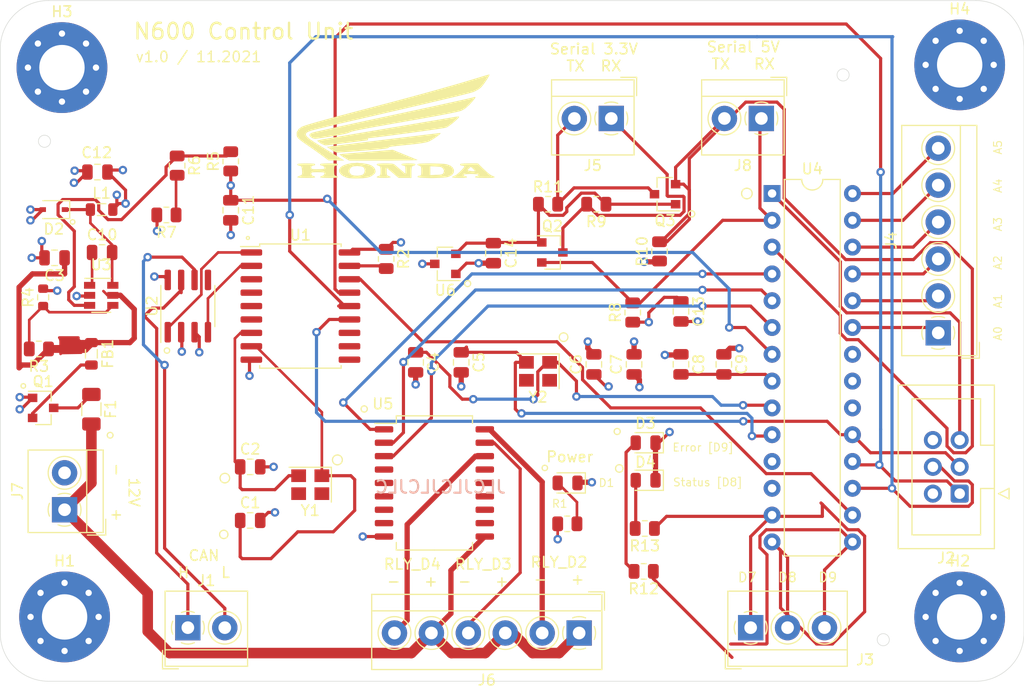
<source format=kicad_pcb>
(kicad_pcb (version 20171130) (host pcbnew "(5.1.12-1-10_14)")
  (layers (0 F.Cu signal) (1 In1.Cu signal) (2 In2.Cu signal) (31 B.Cu signal) (34 B.Paste user) (35 F.Paste user) (36 B.SilkS user) (37 F.SilkS user) (38 B.Mask user) (39 F.Mask user) (44 Edge.Cuts user))
  (net 0 "")
  (net 1 "Net-(C1-Pad1)")
  (net 2 GND)
  (net 3 "Net-(C2-Pad1)")
  (net 4 BUCK_IN)
  (net 5 AT_OSC1)
  (net 6 AT_OSC2)
  (net 7 +5V)
  (net 8 BUCK_SW)
  (net 9 BUCK_BST)
  (net 10 +3V3)
  (net 11 "Net-(D1-Pad2)")
  (net 12 "Net-(D3-Pad2)")
  (net 13 "Net-(D4-Pad2)")
  (net 14 "Net-(F1-Pad1)")
  (net 15 12_V_IN)
  (net 16 "Net-(FB1-Pad2)")
  (net 17 "Net-(J1-Pad1)")
  (net 18 "Net-(J1-Pad2)")
  (net 19 AT_MISO)
  (net 20 AT_SCK)
  (net 21 AT_RESET)
  (net 22 AT_MOSI)
  (net 23 AT_D7)
  (net 24 AT_D8)
  (net 25 AT_D9)
  (net 26 AT_A0)
  (net 27 AT_A1)
  (net 28 AT_A2)
  (net 29 AT_A3)
  (net 30 AT_A4)
  (net 31 AT_A5)
  (net 32 3_3_TX_IN)
  (net 33 3_3_RX_IN)
  (net 34 ULN2803_OUT_1)
  (net 35 ULN2803_OUT_2)
  (net 36 ULN2803_OUT_3)
  (net 37 328_RX)
  (net 38 328_TX)
  (net 39 "Net-(R2-Pad2)")
  (net 40 BUCK_EN)
  (net 41 BUCK_FB)
  (net 42 "Net-(R6-Pad2)")
  (net 43 "Net-(U1-Pad1)")
  (net 44 "Net-(U1-Pad2)")
  (net 45 "Net-(U1-Pad3)")
  (net 46 "Net-(U1-Pad4)")
  (net 47 "Net-(U1-Pad5)")
  (net 48 "Net-(U1-Pad6)")
  (net 49 "Net-(U1-Pad10)")
  (net 50 "Net-(U1-Pad11)")
  (net 51 "Net-(U1-Pad12)")
  (net 52 AT_CS)
  (net 53 "Net-(U2-Pad5)")
  (net 54 AT_D2)
  (net 55 AT_D3)
  (net 56 AT_D4)
  (net 57 AT_D5)
  (net 58 AT_D6)
  (net 59 "Net-(U5-Pad6)")
  (net 60 "Net-(U5-Pad7)")
  (net 61 "Net-(U5-Pad8)")
  (net 62 "Net-(U5-Pad11)")
  (net 63 "Net-(U5-Pad12)")
  (net 64 "Net-(U5-Pad13)")
  (net 65 "Net-(U5-Pad4)")
  (net 66 "Net-(U5-Pad5)")
  (net 67 "Net-(U5-Pad14)")
  (net 68 "Net-(U5-Pad15)")
  (module "Honda Motors:honda-motors" (layer F.Cu) (at 121.285 92.202)
    (fp_text reference G*** hide)
    (fp_text value LOGO hide)
  )
  (module Capacitor_SMD:C_0805_2012Metric (layer F.Cu) (at 107.508 129.54)
    (fp_text reference C1 (at 0 -1.68) (layer F.SilkS))
    (fp_text value 22pF)
    (pad 1 smd roundrect (at -0.95 0) (size 1 1.45) (layers F.Cu F.Paste F.Mask) (net 1 "Net-(C1-Pad1)"))
    (pad 2 smd roundrect (at 0.95 0) (size 1 1.45) (layers F.Cu F.Paste F.Mask) (net 2 GND))
  )
  (module Capacitor_SMD:C_0805_2012Metric (layer F.Cu) (at 107.508 124.46)
    (fp_text reference C2 (at 0 -1.68) (layer F.SilkS))
    (fp_text value 22pF)
    (pad 2 smd roundrect (at 0.95 0) (size 1 1.45) (layers F.Cu F.Paste F.Mask) (net 2 GND))
    (pad 1 smd roundrect (at -0.95 0) (size 1 1.45) (layers F.Cu F.Paste F.Mask) (net 3 "Net-(C2-Pad1)"))
  )
  (module Capacitor_SMD:C_0805_2012Metric (layer F.Cu) (at 88.966 104.648 180)
    (fp_text reference C3 (at 0 -1.68) (layer F.SilkS))
    (fp_text value 10uF)
    (pad 1 smd roundrect (at -0.95 0 180) (size 1 1.45) (layers F.Cu F.Paste F.Mask) (net 4 BUCK_IN))
    (pad 2 smd roundrect (at 0.95 0 180) (size 1 1.45) (layers F.Cu F.Paste F.Mask) (net 2 GND))
  )
  (module Capacitor_SMD:C_0805_2012Metric (layer F.Cu) (at 123.19 114.554 270)
    (fp_text reference C4 (at 0 -1.68 90) (layer F.SilkS))
    (fp_text value 22pF)
    (pad 1 smd roundrect (at -0.95 0 270) (size 1 1.45) (layers F.Cu F.Paste F.Mask) (net 5 AT_OSC1))
    (pad 2 smd roundrect (at 0.95 0 270) (size 1 1.45) (layers F.Cu F.Paste F.Mask) (net 2 GND))
  )
  (module Capacitor_SMD:C_0805_2012Metric (layer F.Cu) (at 127.508 114.554 270)
    (fp_text reference C5 (at 0 -1.68 90) (layer F.SilkS))
    (fp_text value 22pF)
    (pad 2 smd roundrect (at 0.95 0 270) (size 1 1.45) (layers F.Cu F.Paste F.Mask) (net 2 GND))
    (pad 1 smd roundrect (at -0.95 0 270) (size 1 1.45) (layers F.Cu F.Paste F.Mask) (net 6 AT_OSC2))
  )
  (module Capacitor_SMD:C_0805_2012Metric (layer F.Cu) (at 140.081 114.747 90)
    (fp_text reference C6 (at 0 -1.68 90) (layer F.SilkS))
    (fp_text value 100nF)
    (pad 1 smd roundrect (at -0.95 0 90) (size 1 1.45) (layers F.Cu F.Paste F.Mask) (net 7 +5V))
    (pad 2 smd roundrect (at 0.95 0 90) (size 1 1.45) (layers F.Cu F.Paste F.Mask) (net 2 GND))
  )
  (module Capacitor_SMD:C_0805_2012Metric (layer F.Cu) (at 143.891 114.747 90)
    (fp_text reference C7 (at 0 -1.68 90) (layer F.SilkS))
    (fp_text value 100nF)
    (pad 2 smd roundrect (at 0.95 0 90) (size 1 1.45) (layers F.Cu F.Paste F.Mask) (net 2 GND))
    (pad 1 smd roundrect (at -0.95 0 90) (size 1 1.45) (layers F.Cu F.Paste F.Mask) (net 7 +5V))
  )
  (module Capacitor_SMD:C_0805_2012Metric (layer F.Cu) (at 148.336 114.742 270)
    (fp_text reference C8 (at 0 -1.68 90) (layer F.SilkS))
    (fp_text value 100nF)
    (pad 1 smd roundrect (at -0.95 0 270) (size 1 1.45) (layers F.Cu F.Paste F.Mask) (net 7 +5V))
    (pad 2 smd roundrect (at 0.95 0 270) (size 1 1.45) (layers F.Cu F.Paste F.Mask) (net 2 GND))
  )
  (module Capacitor_SMD:C_0805_2012Metric (layer F.Cu) (at 152.4 114.747 270)
    (fp_text reference C9 (at 0 -1.68 90) (layer F.SilkS))
    (fp_text value 100nF)
    (pad 2 smd roundrect (at 0.95 0 270) (size 1 1.45) (layers F.Cu F.Paste F.Mask) (net 2 GND))
    (pad 1 smd roundrect (at -0.95 0 270) (size 1 1.45) (layers F.Cu F.Paste F.Mask) (net 7 +5V))
  )
  (module Capacitor_SMD:C_0805_2012Metric (layer F.Cu) (at 93.472 104.14)
    (fp_text reference C10 (at 0 -1.68) (layer F.SilkS))
    (fp_text value 10nF)
    (pad 2 smd roundrect (at 0.95 0) (size 1 1.45) (layers F.Cu F.Paste F.Mask) (net 8 BUCK_SW))
    (pad 1 smd roundrect (at -0.95 0) (size 1 1.45) (layers F.Cu F.Paste F.Mask) (net 9 BUCK_BST))
  )
  (module Capacitor_SMD:C_0805_2012Metric (layer F.Cu) (at 105.664 100.142 270)
    (fp_text reference C11 (at 0 -1.68 90) (layer F.SilkS))
    (fp_text value 10uF)
    (pad 2 smd roundrect (at 0.95 0 270) (size 1 1.45) (layers F.Cu F.Paste F.Mask) (net 2 GND))
    (pad 1 smd roundrect (at -0.95 0 270) (size 1 1.45) (layers F.Cu F.Paste F.Mask) (net 7 +5V))
  )
  (module Capacitor_SMD:C_0805_2012Metric (layer F.Cu) (at 93.03 96.52 180)
    (fp_text reference C12 (at 0.066 1.8415) (layer F.SilkS))
    (fp_text value 10uF)
    (pad 1 smd roundrect (at -0.95 0 180) (size 1 1.45) (layers F.Cu F.Paste F.Mask) (net 7 +5V))
    (pad 2 smd roundrect (at 0.95 0 180) (size 1 1.45) (layers F.Cu F.Paste F.Mask) (net 2 GND))
  )
  (module Capacitor_SMD:C_0805_2012Metric (layer F.Cu) (at 148.336 109.728 270)
    (fp_text reference C13 (at 0 -1.68 90) (layer F.SilkS))
    (fp_text value 1uF)
    (pad 1 smd roundrect (at -0.95 0 270) (size 1 1.45) (layers F.Cu F.Paste F.Mask) (net 7 +5V))
    (pad 2 smd roundrect (at 0.95 0 270) (size 1 1.45) (layers F.Cu F.Paste F.Mask) (net 2 GND))
  )
  (module Capacitor_SMD:C_0805_2012Metric (layer F.Cu) (at 130.556 104.206 270)
    (fp_text reference C14 (at 0 -1.68 90) (layer F.SilkS))
    (fp_text value 1uF)
    (pad 2 smd roundrect (at 0.95 0 270) (size 1 1.45) (layers F.Cu F.Paste F.Mask) (net 2 GND))
    (pad 1 smd roundrect (at -0.95 0 270) (size 1 1.45) (layers F.Cu F.Paste F.Mask) (net 10 +3V3))
  )
  (module LED_SMD:LED_0805_2012Metric (layer F.Cu) (at 137.5895 125.984 180)
    (fp_text reference D1 (at -3.6853 0) (layer F.SilkS) (effects (font (size 0.75 0.75) (thickness 0.1))))
    (fp_text value LED)
    (pad 1 smd roundrect (at -0.9375 0 180) (size 0.975 1.4) (layers F.Cu F.Paste F.Mask) (net 2 GND))
    (pad 2 smd roundrect (at 0.9375 0 180) (size 0.975 1.4) (layers F.Cu F.Paste F.Mask) (net 11 "Net-(D1-Pad2)"))
  )
  (module Diode_SMD:D_SOD-323 (layer F.Cu) (at 88.9 100.076 180)
    (fp_text reference D2 (at 0 -1.85) (layer F.SilkS))
    (fp_text value 1N5819)
    (pad 1 smd rect (at -1.05 0 180) (size 0.6 0.45) (layers F.Cu F.Paste F.Mask) (net 8 BUCK_SW))
    (pad 2 smd rect (at 1.05 0 180) (size 0.6 0.45) (layers F.Cu F.Paste F.Mask) (net 2 GND))
  )
  (module LED_SMD:LED_0805_2012Metric (layer F.Cu) (at 144.9855 122.174 180)
    (fp_text reference D3 (at 0.015 1.8415) (layer F.SilkS))
    (fp_text value LED)
    (pad 2 smd roundrect (at 0.9375 0 180) (size 0.975 1.4) (layers F.Cu F.Paste F.Mask) (net 12 "Net-(D3-Pad2)"))
    (pad 1 smd roundrect (at -0.9375 0 180) (size 0.975 1.4) (layers F.Cu F.Paste F.Mask) (net 2 GND))
  )
  (module LED_SMD:LED_0805_2012Metric (layer F.Cu) (at 144.9855 125.73 180)
    (fp_text reference D4 (at 0.015 1.7145) (layer F.SilkS))
    (fp_text value LED)
    (pad 1 smd roundrect (at -0.9375 0 180) (size 0.975 1.4) (layers F.Cu F.Paste F.Mask) (net 2 GND))
    (pad 2 smd roundrect (at 0.9375 0 180) (size 0.975 1.4) (layers F.Cu F.Paste F.Mask) (net 13 "Net-(D4-Pad2)"))
  )
  (module Fuse:Fuse_1206_3216Metric (layer F.Cu) (at 92.456 118.996 270)
    (fp_text reference F1 (at 0 -1.82 90) (layer F.SilkS))
    (fp_text value 250mA)
    (pad 1 smd roundrect (at -1.4 0 270) (size 1.25 1.75) (layers F.Cu F.Paste F.Mask) (roundrect_rratio 0.2) (net 14 "Net-(F1-Pad1)"))
    (pad 2 smd roundrect (at 1.4 0 270) (size 1.25 1.75) (layers F.Cu F.Paste F.Mask) (roundrect_rratio 0.2) (net 15 12_V_IN))
  )
  (module Inductor_SMD:L_0805_2012Metric (layer F.Cu) (at 92.456 113.7455 270)
    (fp_text reference FB1 (at 0 -1.55 90) (layer F.SilkS))
    (fp_text value "600 @ 600Mhz")
    (pad 2 smd roundrect (at 1.0625 0 270) (size 0.875 1.2) (layers F.Cu F.Paste F.Mask) (net 16 "Net-(FB1-Pad2)"))
    (pad 1 smd roundrect (at -1.0625 0 270) (size 0.875 1.2) (layers F.Cu F.Paste F.Mask) (net 4 BUCK_IN))
  )
  (module MountingHole:MountingHole_4.3mm_M4_Pad_Via (layer F.Cu) (at 89.916 138.684)
    (fp_text reference H1 (at 0 -5.3) (layer F.SilkS))
    (fp_text value MountingHole)
    (pad 1 thru_hole circle (at 2.280419 -2.280419) (size 0.9 0.9) (drill 0.6) (layers *.Cu *.Mask))
    (pad 1 thru_hole circle (at 0 -3.225) (size 0.9 0.9) (drill 0.6) (layers *.Cu *.Mask))
    (pad 1 thru_hole circle (at -2.280419 -2.280419) (size 0.9 0.9) (drill 0.6) (layers *.Cu *.Mask))
    (pad 1 thru_hole circle (at -3.225 0) (size 0.9 0.9) (drill 0.6) (layers *.Cu *.Mask))
    (pad 1 thru_hole circle (at -2.280419 2.280419) (size 0.9 0.9) (drill 0.6) (layers *.Cu *.Mask))
    (pad 1 thru_hole circle (at 0 3.225) (size 0.9 0.9) (drill 0.6) (layers *.Cu *.Mask))
    (pad 1 thru_hole circle (at 2.280419 2.280419) (size 0.9 0.9) (drill 0.6) (layers *.Cu *.Mask))
    (pad 1 thru_hole circle (at 3.225 0) (size 0.9 0.9) (drill 0.6) (layers *.Cu *.Mask))
    (pad 1 thru_hole circle (at 0 0) (size 8.6 8.6) (drill 4.3) (layers *.Cu *.Mask))
  )
  (module MountingHole:MountingHole_4.3mm_M4_Pad_Via (layer F.Cu) (at 174.752 138.684)
    (fp_text reference H2 (at 0 -5.3) (layer F.SilkS))
    (fp_text value MountingHole)
    (pad 1 thru_hole circle (at 0 0) (size 8.6 8.6) (drill 4.3) (layers *.Cu *.Mask))
    (pad 1 thru_hole circle (at 3.225 0) (size 0.9 0.9) (drill 0.6) (layers *.Cu *.Mask))
    (pad 1 thru_hole circle (at 2.280419 2.280419) (size 0.9 0.9) (drill 0.6) (layers *.Cu *.Mask))
    (pad 1 thru_hole circle (at 0 3.225) (size 0.9 0.9) (drill 0.6) (layers *.Cu *.Mask))
    (pad 1 thru_hole circle (at -2.280419 2.280419) (size 0.9 0.9) (drill 0.6) (layers *.Cu *.Mask))
    (pad 1 thru_hole circle (at -3.225 0) (size 0.9 0.9) (drill 0.6) (layers *.Cu *.Mask))
    (pad 1 thru_hole circle (at -2.280419 -2.280419) (size 0.9 0.9) (drill 0.6) (layers *.Cu *.Mask))
    (pad 1 thru_hole circle (at 0 -3.225) (size 0.9 0.9) (drill 0.6) (layers *.Cu *.Mask))
    (pad 1 thru_hole circle (at 2.280419 -2.280419) (size 0.9 0.9) (drill 0.6) (layers *.Cu *.Mask))
  )
  (module MountingHole:MountingHole_4.3mm_M4_Pad_Via (layer F.Cu) (at 89.667581 86.619581)
    (fp_text reference H3 (at 0 -5.3) (layer F.SilkS))
    (fp_text value MountingHole)
    (pad 1 thru_hole circle (at 2.280419 -2.280419) (size 0.9 0.9) (drill 0.6) (layers *.Cu *.Mask))
    (pad 1 thru_hole circle (at 0 -3.225) (size 0.9 0.9) (drill 0.6) (layers *.Cu *.Mask))
    (pad 1 thru_hole circle (at -2.280419 -2.280419) (size 0.9 0.9) (drill 0.6) (layers *.Cu *.Mask))
    (pad 1 thru_hole circle (at -3.225 0) (size 0.9 0.9) (drill 0.6) (layers *.Cu *.Mask))
    (pad 1 thru_hole circle (at -2.280419 2.280419) (size 0.9 0.9) (drill 0.6) (layers *.Cu *.Mask))
    (pad 1 thru_hole circle (at 0 3.225) (size 0.9 0.9) (drill 0.6) (layers *.Cu *.Mask))
    (pad 1 thru_hole circle (at 2.280419 2.280419) (size 0.9 0.9) (drill 0.6) (layers *.Cu *.Mask))
    (pad 1 thru_hole circle (at 3.225 0) (size 0.9 0.9) (drill 0.6) (layers *.Cu *.Mask))
    (pad 1 thru_hole circle (at 0 0) (size 8.6 8.6) (drill 4.3) (layers *.Cu *.Mask))
  )
  (module MountingHole:MountingHole_4.3mm_M4_Pad_Via (layer F.Cu) (at 174.752 86.36)
    (fp_text reference H4 (at 0 -5.3) (layer F.SilkS))
    (fp_text value MountingHole)
    (pad 1 thru_hole circle (at 0 0) (size 8.6 8.6) (drill 4.3) (layers *.Cu *.Mask))
    (pad 1 thru_hole circle (at 3.225 0) (size 0.9 0.9) (drill 0.6) (layers *.Cu *.Mask))
    (pad 1 thru_hole circle (at 2.280419 2.280419) (size 0.9 0.9) (drill 0.6) (layers *.Cu *.Mask))
    (pad 1 thru_hole circle (at 0 3.225) (size 0.9 0.9) (drill 0.6) (layers *.Cu *.Mask))
    (pad 1 thru_hole circle (at -2.280419 2.280419) (size 0.9 0.9) (drill 0.6) (layers *.Cu *.Mask))
    (pad 1 thru_hole circle (at -3.225 0) (size 0.9 0.9) (drill 0.6) (layers *.Cu *.Mask))
    (pad 1 thru_hole circle (at -2.280419 -2.280419) (size 0.9 0.9) (drill 0.6) (layers *.Cu *.Mask))
    (pad 1 thru_hole circle (at 0 -3.225) (size 0.9 0.9) (drill 0.6) (layers *.Cu *.Mask))
    (pad 1 thru_hole circle (at 2.280419 -2.280419) (size 0.9 0.9) (drill 0.6) (layers *.Cu *.Mask))
  )
  (module TerminalBlock_4Ucon:TerminalBlock_4Ucon_1x02_P3.50mm_Horizontal (layer F.Cu) (at 101.6 139.7)
    (fp_text reference J1 (at 1.75 -4.46) (layer F.SilkS))
    (fp_text value Screw_Terminal_01x02)
    (pad 1 thru_hole rect (at 0 0) (size 2.4 2.4) (drill 1.2) (layers *.Cu *.Mask) (net 17 "Net-(J1-Pad1)"))
    (pad 2 thru_hole circle (at 3.5 0) (size 2.4 2.4) (drill 1.2) (layers *.Cu *.Mask) (net 18 "Net-(J1-Pad2)"))
  )
  (module Connector_IDC:IDC-Header_2x03_P2.54mm_Vertical (layer F.Cu) (at 174.752 127 180)
    (fp_text reference J2 (at 1.27 -6.1) (layer F.SilkS))
    (fp_text value AVR-ISP-6)
    (pad 1 thru_hole roundrect (at 0 0 180) (size 1.7 1.7) (drill 1) (layers *.Cu *.Mask) (roundrect_rratio 0.1470588235294118) (net 19 AT_MISO))
    (pad 3 thru_hole circle (at 0 2.54 180) (size 1.7 1.7) (drill 1) (layers *.Cu *.Mask) (net 20 AT_SCK))
    (pad 5 thru_hole circle (at 0 5.08 180) (size 1.7 1.7) (drill 1) (layers *.Cu *.Mask) (net 21 AT_RESET))
    (pad 2 thru_hole circle (at 2.54 0 180) (size 1.7 1.7) (drill 1) (layers *.Cu *.Mask) (net 7 +5V))
    (pad 4 thru_hole circle (at 2.54 2.54 180) (size 1.7 1.7) (drill 1) (layers *.Cu *.Mask) (net 22 AT_MOSI))
    (pad 6 thru_hole circle (at 2.54 5.08 180) (size 1.7 1.7) (drill 1) (layers *.Cu *.Mask) (net 2 GND))
  )
  (module TerminalBlock_4Ucon:TerminalBlock_4Ucon_1x03_P3.50mm_Horizontal (layer F.Cu) (at 154.94 139.7)
    (fp_text reference J3 (at 10.8585 3.048) (layer F.SilkS))
    (fp_text value Screw_Terminal_01x03)
    (pad 1 thru_hole rect (at 0 0) (size 2.4 2.4) (drill 1.2) (layers *.Cu *.Mask) (net 23 AT_D7))
    (pad 2 thru_hole circle (at 3.5 0) (size 2.4 2.4) (drill 1.2) (layers *.Cu *.Mask) (net 24 AT_D8))
    (pad 3 thru_hole circle (at 7 0) (size 2.4 2.4) (drill 1.2) (layers *.Cu *.Mask) (net 25 AT_D9))
  )
  (module TerminalBlock_4Ucon:TerminalBlock_4Ucon_1x06_P3.50mm_Horizontal (layer F.Cu) (at 172.72 111.76 90)
    (fp_text reference J4 (at 8.75 -4.46 90) (layer F.SilkS))
    (fp_text value Screw_Terminal_01x06)
    (pad 1 thru_hole rect (at 0 0 90) (size 2.4 2.4) (drill 1.2) (layers *.Cu *.Mask) (net 26 AT_A0))
    (pad 2 thru_hole circle (at 3.5 0 90) (size 2.4 2.4) (drill 1.2) (layers *.Cu *.Mask) (net 27 AT_A1))
    (pad 3 thru_hole circle (at 7 0 90) (size 2.4 2.4) (drill 1.2) (layers *.Cu *.Mask) (net 28 AT_A2))
    (pad 4 thru_hole circle (at 10.5 0 90) (size 2.4 2.4) (drill 1.2) (layers *.Cu *.Mask) (net 29 AT_A3))
    (pad 5 thru_hole circle (at 14 0 90) (size 2.4 2.4) (drill 1.2) (layers *.Cu *.Mask) (net 30 AT_A4))
    (pad 6 thru_hole circle (at 17.5 0 90) (size 2.4 2.4) (drill 1.2) (layers *.Cu *.Mask) (net 31 AT_A5))
  )
  (module TerminalBlock_4Ucon:TerminalBlock_4Ucon_1x02_P3.50mm_Horizontal (layer F.Cu) (at 141.732 91.44 180)
    (fp_text reference J5 (at 1.75 -4.46) (layer F.SilkS))
    (fp_text value Screw_Terminal_01x02)
    (pad 2 thru_hole circle (at 3.5 0 180) (size 2.4 2.4) (drill 1.2) (layers *.Cu *.Mask) (net 32 3_3_TX_IN))
    (pad 1 thru_hole rect (at 0 0 180) (size 2.4 2.4) (drill 1.2) (layers *.Cu *.Mask) (net 33 3_3_RX_IN))
  )
  (module TerminalBlock_4Ucon:TerminalBlock_4Ucon_1x02_P3.50mm_Horizontal (layer F.Cu) (at 89.916 128.524 90)
    (fp_text reference J7 (at 1.75 -4.46 90) (layer F.SilkS))
    (fp_text value Screw_Terminal_01x02)
    (pad 2 thru_hole circle (at 3.5 0 90) (size 2.4 2.4) (drill 1.2) (layers *.Cu *.Mask) (net 2 GND))
    (pad 1 thru_hole rect (at 0 0 90) (size 2.4 2.4) (drill 1.2) (layers *.Cu *.Mask) (net 15 12_V_IN))
  )
  (module TerminalBlock_4Ucon:TerminalBlock_4Ucon_1x02_P3.50mm_Horizontal (layer F.Cu) (at 155.956 91.44 180)
    (fp_text reference J8 (at 1.75 -4.46) (layer F.SilkS))
    (fp_text value Screw_Terminal_01x02)
    (pad 1 thru_hole rect (at 0 0 180) (size 2.4 2.4) (drill 1.2) (layers *.Cu *.Mask) (net 37 328_RX))
    (pad 2 thru_hole circle (at 3.5 0 180) (size 2.4 2.4) (drill 1.2) (layers *.Cu *.Mask) (net 38 328_TX))
  )
  (module Inductor_SMD:L_0805_2012Metric (layer F.Cu) (at 93.4255 100.076)
    (fp_text reference L1 (at 0 -1.55) (layer F.SilkS))
    (fp_text value 10u)
    (pad 1 smd roundrect (at -1.0625 0) (size 0.875 1.2) (layers F.Cu F.Paste F.Mask) (net 8 BUCK_SW))
    (pad 2 smd roundrect (at 1.0625 0) (size 0.875 1.2) (layers F.Cu F.Paste F.Mask) (net 7 +5V))
  )
  (module Package_TO_SOT_SMD:SOT-23 (layer F.Cu) (at 87.884 118.872)
    (fp_text reference Q1 (at 0 -2.5) (layer F.SilkS))
    (fp_text value AO3401A)
    (pad 3 smd rect (at 1 0) (size 0.9 0.8) (layers F.Cu F.Paste F.Mask) (net 14 "Net-(F1-Pad1)"))
    (pad 2 smd rect (at -1 0.95) (size 0.9 0.8) (layers F.Cu F.Paste F.Mask) (net 16 "Net-(FB1-Pad2)"))
    (pad 1 smd rect (at -1 -0.95) (size 0.9 0.8) (layers F.Cu F.Paste F.Mask) (net 2 GND))
  )
  (module Package_TO_SOT_SMD:SOT-23 (layer F.Cu) (at 136.144 104.14)
    (fp_text reference Q2 (at 0 -2.5) (layer F.SilkS))
    (fp_text value 2N7002)
    (pad 1 smd rect (at -1 -0.95) (size 0.9 0.8) (layers F.Cu F.Paste F.Mask) (net 10 +3V3))
    (pad 2 smd rect (at -1 0.95) (size 0.9 0.8) (layers F.Cu F.Paste F.Mask) (net 37 328_RX))
    (pad 3 smd rect (at 1 0) (size 0.9 0.8) (layers F.Cu F.Paste F.Mask) (net 33 3_3_RX_IN))
  )
  (module Package_TO_SOT_SMD:SOT-23 (layer F.Cu) (at 146.828 98.618 180)
    (fp_text reference Q3 (at 0 -2.5) (layer F.SilkS))
    (fp_text value 2N7002)
    (pad 3 smd rect (at 1 0 180) (size 0.9 0.8) (layers F.Cu F.Paste F.Mask) (net 32 3_3_TX_IN))
    (pad 2 smd rect (at -1 0.95 180) (size 0.9 0.8) (layers F.Cu F.Paste F.Mask) (net 38 328_TX))
    (pad 1 smd rect (at -1 -0.95 180) (size 0.9 0.8) (layers F.Cu F.Paste F.Mask) (net 10 +3V3))
  )
  (module Resistor_SMD:R_0805_2012Metric (layer F.Cu) (at 137.5645 129.8575)
    (fp_text reference R1 (at -0.722 -1.905) (layer F.SilkS) (effects (font (size 0.75 0.75) (thickness 0.1))))
    (fp_text value 1.2K)
    (pad 1 smd roundrect (at -0.9125 0) (size 1.025 1.4) (layers F.Cu F.Paste F.Mask) (roundrect_rratio 0.2439014634146341) (net 7 +5V))
    (pad 2 smd roundrect (at 0.9125 0) (size 1.025 1.4) (layers F.Cu F.Paste F.Mask) (roundrect_rratio 0.2439014634146341) (net 11 "Net-(D1-Pad2)"))
  )
  (module Resistor_SMD:R_0805_2012Metric (layer F.Cu) (at 120.396 104.7515 270)
    (fp_text reference R2 (at 0 -1.65 90) (layer F.SilkS))
    (fp_text value 10K)
    (pad 2 smd roundrect (at 0.9125 0 270) (size 1.025 1.4) (layers F.Cu F.Paste F.Mask) (roundrect_rratio 0.2439014634146341) (net 39 "Net-(R2-Pad2)"))
    (pad 1 smd roundrect (at -0.9125 0 270) (size 1.025 1.4) (layers F.Cu F.Paste F.Mask) (roundrect_rratio 0.2439014634146341) (net 7 +5V))
  )
  (module Resistor_SMD:R_0805_2012Metric (layer F.Cu) (at 87.4795 113.284 180)
    (fp_text reference R3 (at 0 -1.65) (layer F.SilkS))
    (fp_text value 100K)
    (pad 1 smd roundrect (at -0.9125 0 180) (size 1.025 1.4) (layers F.Cu F.Paste F.Mask) (roundrect_rratio 0.2439014634146341) (net 4 BUCK_IN))
    (pad 2 smd roundrect (at 0.9125 0 180) (size 1.025 1.4) (layers F.Cu F.Paste F.Mask) (roundrect_rratio 0.2439014634146341) (net 40 BUCK_EN))
  )
  (module Resistor_SMD:R_0603_1608Metric (layer F.Cu) (at 87.884 108.395 90)
    (fp_text reference R4 (at 0 -1.43 90) (layer F.SilkS))
    (fp_text value 40K)
    (pad 1 smd roundrect (at -0.825 0 90) (size 0.8 0.95) (layers F.Cu F.Paste F.Mask) (net 40 BUCK_EN))
    (pad 2 smd roundrect (at 0.825 0 90) (size 0.8 0.95) (layers F.Cu F.Paste F.Mask) (net 2 GND))
  )
  (module Resistor_SMD:R_0805_2012Metric (layer F.Cu) (at 105.664 95.504 90)
    (fp_text reference R5 (at 0 -1.65 90) (layer F.SilkS))
    (fp_text value 75K)
    (pad 2 smd roundrect (at 0.9125 0 90) (size 1.025 1.4) (layers F.Cu F.Paste F.Mask) (roundrect_rratio 0.2439014634146341) (net 41 BUCK_FB))
    (pad 1 smd roundrect (at -0.9125 0 90) (size 1.025 1.4) (layers F.Cu F.Paste F.Mask) (roundrect_rratio 0.2439014634146341) (net 7 +5V))
  )
  (module Resistor_SMD:R_0805_2012Metric (layer F.Cu) (at 100.584 95.9085 270)
    (fp_text reference R6 (at 0 -1.65 90) (layer F.SilkS))
    (fp_text value 8K)
    (pad 1 smd roundrect (at -0.9125 0 270) (size 1.025 1.4) (layers F.Cu F.Paste F.Mask) (roundrect_rratio 0.2439014634146341) (net 41 BUCK_FB))
    (pad 2 smd roundrect (at 0.9125 0 270) (size 1.025 1.4) (layers F.Cu F.Paste F.Mask) (roundrect_rratio 0.2439014634146341) (net 42 "Net-(R6-Pad2)"))
  )
  (module Resistor_SMD:R_0805_2012Metric (layer F.Cu) (at 99.568 100.584 180)
    (fp_text reference R7 (at 0 -1.65) (layer F.SilkS))
    (fp_text value 7.5K)
    (pad 2 smd roundrect (at 0.9125 0 180) (size 1.025 1.4) (layers F.Cu F.Paste F.Mask) (roundrect_rratio 0.2439014634146341) (net 2 GND))
    (pad 1 smd roundrect (at -0.9125 0 180) (size 1.025 1.4) (layers F.Cu F.Paste F.Mask) (roundrect_rratio 0.2439014634146341) (net 42 "Net-(R6-Pad2)"))
  )
  (module Resistor_SMD:R_0805_2012Metric (layer F.Cu) (at 143.764 109.8315 90)
    (fp_text reference R8 (at 0 -1.65 90) (layer F.SilkS))
    (fp_text value 10K)
    (pad 1 smd roundrect (at -0.9125 0 90) (size 1.025 1.4) (layers F.Cu F.Paste F.Mask) (roundrect_rratio 0.2439014634146341) (net 7 +5V))
    (pad 2 smd roundrect (at 0.9125 0 90) (size 1.025 1.4) (layers F.Cu F.Paste F.Mask) (roundrect_rratio 0.2439014634146341) (net 37 328_RX))
  )
  (module Resistor_SMD:R_0805_2012Metric (layer F.Cu) (at 140.3115 99.568 180)
    (fp_text reference R9 (at 0 -1.65) (layer F.SilkS))
    (fp_text value 10K)
    (pad 1 smd roundrect (at -0.9125 0 180) (size 1.025 1.4) (layers F.Cu F.Paste F.Mask) (roundrect_rratio 0.2439014634146341) (net 10 +3V3))
    (pad 2 smd roundrect (at 0.9125 0 180) (size 1.025 1.4) (layers F.Cu F.Paste F.Mask) (roundrect_rratio 0.2439014634146341) (net 33 3_3_RX_IN))
  )
  (module Resistor_SMD:R_0805_2012Metric (layer F.Cu) (at 146.304 104.0365 90)
    (fp_text reference R10 (at 0 -1.65 90) (layer F.SilkS))
    (fp_text value 10K)
    (pad 2 smd roundrect (at 0.9125 0 90) (size 1.025 1.4) (layers F.Cu F.Paste F.Mask) (roundrect_rratio 0.2439014634146341) (net 38 328_TX))
    (pad 1 smd roundrect (at -0.9125 0 90) (size 1.025 1.4) (layers F.Cu F.Paste F.Mask) (roundrect_rratio 0.2439014634146341) (net 7 +5V))
  )
  (module Resistor_SMD:R_0805_2012Metric (layer F.Cu) (at 135.7395 99.568)
    (fp_text reference R11 (at 0 -1.65) (layer F.SilkS))
    (fp_text value 10K)
    (pad 2 smd roundrect (at 0.9125 0) (size 1.025 1.4) (layers F.Cu F.Paste F.Mask) (roundrect_rratio 0.2439014634146341) (net 32 3_3_TX_IN))
    (pad 1 smd roundrect (at -0.9125 0) (size 1.025 1.4) (layers F.Cu F.Paste F.Mask) (roundrect_rratio 0.2439014634146341) (net 10 +3V3))
  )
  (module Resistor_SMD:R_0805_2012Metric (layer F.Cu) (at 144.8035 134.366 180)
    (fp_text reference R12 (at 0 -1.65) (layer F.SilkS))
    (fp_text value 1.2K)
    (pad 2 smd roundrect (at 0.9125 0 180) (size 1.025 1.4) (layers F.Cu F.Paste F.Mask) (roundrect_rratio 0.2439014634146341) (net 12 "Net-(D3-Pad2)"))
    (pad 1 smd roundrect (at -0.9125 0 180) (size 1.025 1.4) (layers F.Cu F.Paste F.Mask) (roundrect_rratio 0.2439014634146341) (net 25 AT_D9))
  )
  (module Resistor_SMD:R_0805_2012Metric (layer F.Cu) (at 144.907 130.302 180)
    (fp_text reference R13 (at 0 -1.65) (layer F.SilkS))
    (fp_text value 1.2K)
    (pad 1 smd roundrect (at -0.9125 0 180) (size 1.025 1.4) (layers F.Cu F.Paste F.Mask) (roundrect_rratio 0.2439014634146341) (net 24 AT_D8))
    (pad 2 smd roundrect (at 0.9125 0 180) (size 1.025 1.4) (layers F.Cu F.Paste F.Mask) (roundrect_rratio 0.2439014634146341) (net 13 "Net-(D4-Pad2)"))
  )
  (module Package_SO:SOIC-18W_7.5x11.6mm_P1.27mm (layer F.Cu) (at 112.268 109.22)
    (fp_text reference U1 (at 0 -6.72) (layer F.SilkS))
    (fp_text value MCP2515-xSO)
    (pad 1 smd roundrect (at -4.65 -5.08) (size 2.05 0.6) (layers F.Cu F.Paste F.Mask) (net 43 "Net-(U1-Pad1)"))
    (pad 2 smd roundrect (at -4.65 -3.81) (size 2.05 0.6) (layers F.Cu F.Paste F.Mask) (net 44 "Net-(U1-Pad2)"))
    (pad 3 smd roundrect (at -4.65 -2.54) (size 2.05 0.6) (layers F.Cu F.Paste F.Mask) (net 45 "Net-(U1-Pad3)"))
    (pad 4 smd roundrect (at -4.65 -1.27) (size 2.05 0.6) (layers F.Cu F.Paste F.Mask) (net 46 "Net-(U1-Pad4)"))
    (pad 5 smd roundrect (at -4.65 0) (size 2.05 0.6) (layers F.Cu F.Paste F.Mask) (net 47 "Net-(U1-Pad5)"))
    (pad 6 smd roundrect (at -4.65 1.27) (size 2.05 0.6) (layers F.Cu F.Paste F.Mask) (net 48 "Net-(U1-Pad6)"))
    (pad 7 smd roundrect (at -4.65 2.54) (size 2.05 0.6) (layers F.Cu F.Paste F.Mask) (net 3 "Net-(C2-Pad1)"))
    (pad 8 smd roundrect (at -4.65 3.81) (size 2.05 0.6) (layers F.Cu F.Paste F.Mask) (net 1 "Net-(C1-Pad1)"))
    (pad 9 smd roundrect (at -4.65 5.08) (size 2.05 0.6) (layers F.Cu F.Paste F.Mask) (net 2 GND))
    (pad 10 smd roundrect (at 4.65 5.08) (size 2.05 0.6) (layers F.Cu F.Paste F.Mask) (net 49 "Net-(U1-Pad10)"))
    (pad 11 smd roundrect (at 4.65 3.81) (size 2.05 0.6) (layers F.Cu F.Paste F.Mask) (net 50 "Net-(U1-Pad11)"))
    (pad 12 smd roundrect (at 4.65 2.54) (size 2.05 0.6) (layers F.Cu F.Paste F.Mask) (net 51 "Net-(U1-Pad12)"))
    (pad 13 smd roundrect (at 4.65 1.27) (size 2.05 0.6) (layers F.Cu F.Paste F.Mask) (net 20 AT_SCK))
    (pad 14 smd roundrect (at 4.65 0) (size 2.05 0.6) (layers F.Cu F.Paste F.Mask) (net 22 AT_MOSI))
    (pad 15 smd roundrect (at 4.65 -1.27) (size 2.05 0.6) (layers F.Cu F.Paste F.Mask) (net 19 AT_MISO))
    (pad 16 smd roundrect (at 4.65 -2.54) (size 2.05 0.6) (layers F.Cu F.Paste F.Mask) (net 52 AT_CS))
    (pad 17 smd roundrect (at 4.65 -3.81) (size 2.05 0.6) (layers F.Cu F.Paste F.Mask) (net 39 "Net-(R2-Pad2)"))
    (pad 18 smd roundrect (at 4.65 -5.08) (size 2.05 0.6) (layers F.Cu F.Paste F.Mask) (net 7 +5V))
  )
  (module Package_SO:SOIC-8_3.9x4.9mm_P1.27mm (layer F.Cu) (at 101.6 109.22 90)
    (fp_text reference U2 (at 0 -3.4 90) (layer F.SilkS))
    (fp_text value TJA1051T)
    (pad 1 smd roundrect (at -2.475 -1.905 90) (size 1.95 0.6) (layers F.Cu F.Paste F.Mask) (net 43 "Net-(U1-Pad1)"))
    (pad 2 smd roundrect (at -2.475 -0.635 90) (size 1.95 0.6) (layers F.Cu F.Paste F.Mask) (net 2 GND))
    (pad 3 smd roundrect (at -2.475 0.635 90) (size 1.95 0.6) (layers F.Cu F.Paste F.Mask) (net 7 +5V))
    (pad 4 smd roundrect (at -2.475 1.905 90) (size 1.95 0.6) (layers F.Cu F.Paste F.Mask) (net 44 "Net-(U1-Pad2)"))
    (pad 5 smd roundrect (at 2.475 1.905 90) (size 1.95 0.6) (layers F.Cu F.Paste F.Mask) (net 53 "Net-(U2-Pad5)"))
    (pad 6 smd roundrect (at 2.475 0.635 90) (size 1.95 0.6) (layers F.Cu F.Paste F.Mask) (net 18 "Net-(J1-Pad2)"))
    (pad 7 smd roundrect (at 2.475 -0.635 90) (size 1.95 0.6) (layers F.Cu F.Paste F.Mask) (net 17 "Net-(J1-Pad1)"))
    (pad 8 smd roundrect (at 2.475 -1.905 90) (size 1.95 0.6) (layers F.Cu F.Paste F.Mask) (net 2 GND))
  )
  (module Package_TO_SOT_SMD:SOT-23-6 (layer F.Cu) (at 93.388 108.204)
    (fp_text reference U3 (at 0 -2.9) (layer F.SilkS))
    (fp_text value MP2359-DJ)
    (pad 1 smd rect (at -1.1 -0.95) (size 1.06 0.65) (layers F.Cu F.Paste F.Mask) (net 9 BUCK_BST))
    (pad 2 smd rect (at -1.1 0) (size 1.06 0.65) (layers F.Cu F.Paste F.Mask) (net 2 GND))
    (pad 3 smd rect (at -1.1 0.95) (size 1.06 0.65) (layers F.Cu F.Paste F.Mask) (net 41 BUCK_FB))
    (pad 4 smd rect (at 1.1 0.95) (size 1.06 0.65) (layers F.Cu F.Paste F.Mask) (net 40 BUCK_EN))
    (pad 6 smd rect (at 1.1 -0.95) (size 1.06 0.65) (layers F.Cu F.Paste F.Mask) (net 8 BUCK_SW))
    (pad 5 smd rect (at 1.1 0) (size 1.06 0.65) (layers F.Cu F.Paste F.Mask) (net 4 BUCK_IN))
  )
  (module Package_DIP:DIP-28_W7.62mm (layer F.Cu) (at 156.972 98.552)
    (fp_text reference U4 (at 3.81 -2.33) (layer F.SilkS))
    (fp_text value ATmega328P-PU)
    (pad 1 thru_hole rect (at 0 0) (size 1.6 1.6) (drill 0.8) (layers *.Cu *.Mask) (net 21 AT_RESET))
    (pad 15 thru_hole oval (at 7.62 33.02) (size 1.6 1.6) (drill 0.8) (layers *.Cu *.Mask) (net 25 AT_D9))
    (pad 2 thru_hole oval (at 0 2.54) (size 1.6 1.6) (drill 0.8) (layers *.Cu *.Mask) (net 37 328_RX))
    (pad 16 thru_hole oval (at 7.62 30.48) (size 1.6 1.6) (drill 0.8) (layers *.Cu *.Mask) (net 52 AT_CS))
    (pad 3 thru_hole oval (at 0 5.08) (size 1.6 1.6) (drill 0.8) (layers *.Cu *.Mask) (net 38 328_TX))
    (pad 17 thru_hole oval (at 7.62 27.94) (size 1.6 1.6) (drill 0.8) (layers *.Cu *.Mask) (net 22 AT_MOSI))
    (pad 4 thru_hole oval (at 0 7.62) (size 1.6 1.6) (drill 0.8) (layers *.Cu *.Mask) (net 54 AT_D2))
    (pad 18 thru_hole oval (at 7.62 25.4) (size 1.6 1.6) (drill 0.8) (layers *.Cu *.Mask) (net 19 AT_MISO))
    (pad 5 thru_hole oval (at 0 10.16) (size 1.6 1.6) (drill 0.8) (layers *.Cu *.Mask) (net 55 AT_D3))
    (pad 19 thru_hole oval (at 7.62 22.86) (size 1.6 1.6) (drill 0.8) (layers *.Cu *.Mask) (net 20 AT_SCK))
    (pad 6 thru_hole oval (at 0 12.7) (size 1.6 1.6) (drill 0.8) (layers *.Cu *.Mask) (net 56 AT_D4))
    (pad 20 thru_hole oval (at 7.62 20.32) (size 1.6 1.6) (drill 0.8) (layers *.Cu *.Mask) (net 7 +5V))
    (pad 7 thru_hole oval (at 0 15.24) (size 1.6 1.6) (drill 0.8) (layers *.Cu *.Mask) (net 7 +5V))
    (pad 21 thru_hole oval (at 7.62 17.78) (size 1.6 1.6) (drill 0.8) (layers *.Cu *.Mask) (net 7 +5V))
    (pad 8 thru_hole oval (at 0 17.78) (size 1.6 1.6) (drill 0.8) (layers *.Cu *.Mask) (net 2 GND))
    (pad 22 thru_hole oval (at 7.62 15.24) (size 1.6 1.6) (drill 0.8) (layers *.Cu *.Mask) (net 2 GND))
    (pad 9 thru_hole oval (at 0 20.32) (size 1.6 1.6) (drill 0.8) (layers *.Cu *.Mask) (net 5 AT_OSC1))
    (pad 23 thru_hole oval (at 7.62 12.7) (size 1.6 1.6) (drill 0.8) (layers *.Cu *.Mask) (net 26 AT_A0))
    (pad 10 thru_hole oval (at 0 22.86) (size 1.6 1.6) (drill 0.8) (layers *.Cu *.Mask) (net 6 AT_OSC2))
    (pad 24 thru_hole oval (at 7.62 10.16) (size 1.6 1.6) (drill 0.8) (layers *.Cu *.Mask) (net 27 AT_A1))
    (pad 11 thru_hole oval (at 0 25.4) (size 1.6 1.6) (drill 0.8) (layers *.Cu *.Mask) (net 57 AT_D5))
    (pad 25 thru_hole oval (at 7.62 7.62) (size 1.6 1.6) (drill 0.8) (layers *.Cu *.Mask) (net 28 AT_A2))
    (pad 12 thru_hole oval (at 0 27.94) (size 1.6 1.6) (drill 0.8) (layers *.Cu *.Mask) (net 58 AT_D6))
    (pad 26 thru_hole oval (at 7.62 5.08) (size 1.6 1.6) (drill 0.8) (layers *.Cu *.Mask) (net 29 AT_A3))
    (pad 13 thru_hole oval (at 0 30.48) (size 1.6 1.6) (drill 0.8) (layers *.Cu *.Mask) (net 23 AT_D7))
    (pad 27 thru_hole oval (at 7.62 2.54) (size 1.6 1.6) (drill 0.8) (layers *.Cu *.Mask) (net 30 AT_A4))
    (pad 14 thru_hole oval (at 0 33.02) (size 1.6 1.6) (drill 0.8) (layers *.Cu *.Mask) (net 24 AT_D8))
    (pad 28 thru_hole oval (at 7.62 0) (size 1.6 1.6) (drill 0.8) (layers *.Cu *.Mask) (net 31 AT_A5))
  )
  (module Package_SO:SOP-18_7x12.5mm_P1.27mm (layer F.Cu) (at 124.968 125.984)
    (fp_text reference U5 (at -4.8895 -7.493) (layer F.SilkS))
    (fp_text value ULN2803A)
    (pad 1 smd roundrect (at -4.775 -5.08) (size 1.75 0.6) (layers F.Cu F.Paste F.Mask) (net 54 AT_D2))
    (pad 2 smd roundrect (at -4.775 -3.81) (size 1.75 0.6) (layers F.Cu F.Paste F.Mask) (net 55 AT_D3))
    (pad 3 smd roundrect (at -4.775 -2.54) (size 1.75 0.6) (layers F.Cu F.Paste F.Mask) (net 56 AT_D4))
    (pad 4 smd roundrect (at -4.775 -1.27) (size 1.75 0.6) (layers F.Cu F.Paste F.Mask) (net 65 "Net-(U5-Pad4)"))
    (pad 5 smd roundrect (at -4.775 0) (size 1.75 0.6) (layers F.Cu F.Paste F.Mask) (net 66 "Net-(U5-Pad5)"))
    (pad 6 smd roundrect (at -4.775 1.27) (size 1.75 0.6) (layers F.Cu F.Paste F.Mask) (net 59 "Net-(U5-Pad6)"))
    (pad 7 smd roundrect (at -4.775 2.54) (size 1.75 0.6) (layers F.Cu F.Paste F.Mask) (net 60 "Net-(U5-Pad7)"))
    (pad 8 smd roundrect (at -4.775 3.81) (size 1.75 0.6) (layers F.Cu F.Paste F.Mask) (net 61 "Net-(U5-Pad8)"))
    (pad 9 smd roundrect (at -4.775 5.08) (size 1.75 0.6) (layers F.Cu F.Paste F.Mask) (net 2 GND))
    (pad 10 smd roundrect (at 4.775 5.08) (size 1.75 0.6) (layers F.Cu F.Paste F.Mask) (net 15 12_V_IN))
    (pad 11 smd roundrect (at 4.775 3.81) (size 1.75 0.6) (layers F.Cu F.Paste F.Mask) (net 62 "Net-(U5-Pad11)"))
    (pad 12 smd roundrect (at 4.775 2.54) (size 1.75 0.6) (layers F.Cu F.Paste F.Mask) (net 63 "Net-(U5-Pad12)"))
    (pad 13 smd roundrect (at 4.775 1.27) (size 1.75 0.6) (layers F.Cu F.Paste F.Mask) (net 64 "Net-(U5-Pad13)"))
    (pad 14 smd roundrect (at 4.775 0) (size 1.75 0.6) (layers F.Cu F.Paste F.Mask) (net 67 "Net-(U5-Pad14)"))
    (pad 15 smd roundrect (at 4.775 -1.27) (size 1.75 0.6) (layers F.Cu F.Paste F.Mask) (net 68 "Net-(U5-Pad15)"))
    (pad 16 smd roundrect (at 4.775 -2.54) (size 1.75 0.6) (layers F.Cu F.Paste F.Mask) (net 36 ULN2803_OUT_3))
    (pad 17 smd roundrect (at 4.775 -3.81) (size 1.75 0.6) (layers F.Cu F.Paste F.Mask) (net 35 ULN2803_OUT_2))
    (pad 18 smd roundrect (at 4.775 -5.08) (size 1.75 0.6) (layers F.Cu F.Paste F.Mask) (net 34 ULN2803_OUT_1))
  )
  (module Package_TO_SOT_SMD:SOT-23 (layer F.Cu) (at 126 105.222 180)
    (fp_text reference U6 (at 0 -2.5) (layer F.SilkS))
    (fp_text value XC6206PxxxMR)
    (pad 1 smd rect (at -1 -0.95 180) (size 0.9 0.8) (layers F.Cu F.Paste F.Mask) (net 2 GND))
    (pad 2 smd rect (at -1 0.95 180) (size 0.9 0.8) (layers F.Cu F.Paste F.Mask) (net 10 +3V3))
    (pad 3 smd rect (at 1 0 180) (size 0.9 0.8) (layers F.Cu F.Paste F.Mask) (net 7 +5V))
  )
  (module Crystal:Crystal_SMD_3225-4Pin_3.2x2.5mm (layer F.Cu) (at 113.2 126.15 180)
    (fp_text reference Y1 (at 0 -2.45) (layer F.SilkS))
    (fp_text value 16Mhz)
    (pad 1 smd rect (at -1.1 0.85 180) (size 1.4 1.2) (layers F.Cu F.Paste F.Mask) (net 1 "Net-(C1-Pad1)"))
    (pad 2 smd rect (at 1.1 0.85 180) (size 1.4 1.2) (layers F.Cu F.Paste F.Mask) (net 3 "Net-(C2-Pad1)"))
    (pad 3 smd rect (at 1.1 -0.85 180) (size 1.4 1.2) (layers F.Cu F.Paste F.Mask))
    (pad 4 smd rect (at -1.1 -0.85 180) (size 1.4 1.2) (layers F.Cu F.Paste F.Mask))
  )
  (module Crystal:Crystal_SMD_3225-4Pin_3.2x2.5mm (layer F.Cu) (at 134.79 115.404 180)
    (fp_text reference Y2 (at 0 -2.45) (layer F.SilkS))
    (fp_text value 16Mhz)
    (pad 4 smd rect (at -1.1 -0.85 180) (size 1.4 1.2) (layers F.Cu F.Paste F.Mask))
    (pad 3 smd rect (at 1.1 -0.85 180) (size 1.4 1.2) (layers F.Cu F.Paste F.Mask))
    (pad 2 smd rect (at 1.1 0.85 180) (size 1.4 1.2) (layers F.Cu F.Paste F.Mask) (net 6 AT_OSC2))
    (pad 1 smd rect (at -1.1 0.85 180) (size 1.4 1.2) (layers F.Cu F.Paste F.Mask) (net 5 AT_OSC1))
  )
  (module TerminalBlock_4Ucon:TerminalBlock_4Ucon_1x06_P3.50mm_Horizontal (layer F.Cu) (at 138.684 140.208 180)
    (fp_text reference J6 (at 8.75 -4.46) (layer F.SilkS))
    (fp_text value Screw_Terminal_01x06)
    (pad 6 thru_hole circle (at 17.5 0 180) (size 2.4 2.4) (drill 1.2) (layers *.Cu *.Mask) (net 36 ULN2803_OUT_3))
    (pad 5 thru_hole circle (at 14 0 180) (size 2.4 2.4) (drill 1.2) (layers *.Cu *.Mask) (net 15 12_V_IN))
    (pad 4 thru_hole circle (at 10.5 0 180) (size 2.4 2.4) (drill 1.2) (layers *.Cu *.Mask) (net 35 ULN2803_OUT_2))
    (pad 3 thru_hole circle (at 7 0 180) (size 2.4 2.4) (drill 1.2) (layers *.Cu *.Mask) (net 15 12_V_IN))
    (pad 2 thru_hole circle (at 3.5 0 180) (size 2.4 2.4) (drill 1.2) (layers *.Cu *.Mask) (net 34 ULN2803_OUT_1))
    (pad 1 thru_hole rect (at 0 0 180) (size 2.4 2.4) (drill 1.2) (layers *.Cu *.Mask) (net 15 12_V_IN))
  )
  (gr_circle (center 94.234 121.4628) (end 94.488 121.5644) (layer F.SilkS) (width 0.12))
  (gr_circle (center 105.0036 130.8608) (end 104.6988 131.1148) (layer F.SilkS) (width 0.12))
  (gr_circle (center 105.1052 125.5268) (end 105.5116 125.73) (layer F.SilkS) (width 0.12))
  (gr_circle (center 154.5844 98.552) (end 154.94 98.9076) (layer F.SilkS) (width 0.12))
  (gr_circle (center 149.352 100.4824) (end 149.606 100.6348) (layer F.SilkS) (width 0.12))
  (gr_circle (center 128.1176 107.0864) (end 128.3208 107.2896) (layer F.SilkS) (width 0.12))
  (gr_circle (center 115.7732 123.7996) (end 116.1288 124.1044) (layer F.SilkS) (width 0.12))
  (gr_circle (center 137.2108 112.1664) (end 137.414 112.522) (layer F.SilkS) (width 0.12))
  (gr_circle (center 142.494 124.6124) (end 142.748 124.8664) (layer F.SilkS) (width 0.12))
  (gr_circle (center 142.2908 121.1072) (end 142.494 121.3104) (layer F.SilkS) (width 0.12))
  (gr_circle (center 135.4328 124.5616) (end 135.5852 124.7648) (layer F.SilkS) (width 0.12))
  (gr_circle (center 118.3132 118.9736) (end 118.5672 119.126) (layer F.SilkS) (width 0.12))
  (gr_circle (center 86.0044 116.7892) (end 86.1568 116.9416) (layer F.SilkS) (width 0.12))
  (gr_circle (center 90.678 101.2444) (end 90.8304 101.3968) (layer F.SilkS) (width 0.12))
  (gr_circle (center 99.6188 113.4364) (end 99.822 113.5888) (layer F.SilkS) (width 0.12))
  (gr_circle (center 107.2896 102.7684) (end 107.3912 102.87) (layer F.SilkS) (width 0.12))
  (gr_text "A0   A1    A2    A3    A4    A5" (at 178.3715 102.997 90) (layer F.SilkS) (effects (font (size 0.75 0.75) (thickness 0.1))))
  (gr_text "D7   D8   D9" (at 158.4325 134.9375) (layer F.SilkS) (effects (font (size 0.9 0.9) (thickness 0.12))))
  (gr_text "RLY_D2\n-   +" (at 136.779 134.3025) (layer F.SilkS) (effects (font (size 1 1))))
  (gr_text "RLY_D3\n-   +" (at 129.6035 134.493) (layer F.SilkS) (effects (font (size 1 1))))
  (gr_text "RLY_D4\n-   +" (at 122.8725 134.493) (layer F.SilkS) (effects (font (size 1 1))))
  (gr_text "CAN\nH    L" (at 103.124 133.6675) (layer F.SilkS) (effects (font (size 1 1))))
  (gr_circle (center 163.703 87.3125) (end 164.279 87.3125) (layer Edge.Cuts) (width 0.05))
  (gr_circle (center 167.5085 140.843) (end 168.0845 140.843) (layer Edge.Cuts) (width 0.05))
  (gr_circle (center 88.011 93.599) (end 88.587 93.599) (layer Edge.Cuts) (width 0.05))
  (gr_text JLCJLCJLCJLC (at 125.5395 126.365) (layer B.SilkS) (effects (font (size 1.2 1.2) (thickness 0.2)) (justify mirror)))
  (gr_text "v1.0 / 11.2021" (at 102.616 85.598) (layer F.SilkS) (effects (font (size 1 1) (thickness 0.13))))
  (gr_text "N600 Control Unit" (at 96.3295 83.185) (layer F.SilkS) (effects (font (size 1.5 1.5) (thickness 0.22)) (justify left)))
  (gr_text "12V\n-    +" (at 95.6945 126.873 -90) (layer F.SilkS) (effects (font (size 1 1))))
  (gr_text Power (at 137.795 123.5075) (layer F.SilkS) (effects (font (size 1 1))))
  (gr_text "Status [D8]" (at 150.876 125.9205) (layer F.SilkS) (effects (font (size 0.75 0.75) (thickness 0.1))))
  (gr_text "Error [D9]" (at 150.4315 122.6185) (layer F.SilkS) (effects (font (size 0.75 0.75) (thickness 0.1))))
  (gr_text "Serial 5V\nTX   RX" (at 154.2415 85.471) (layer F.SilkS) (effects (font (size 1 1))))
  (gr_text "Serial 3.3V\nTX  RX" (at 140.081 85.6615) (layer F.SilkS) (effects (font (size 1 1))))
  (gr_arc (start 176.276 84.836) (end 180.848 84.836) (angle -90) (layer Edge.Cuts) (width 0.05))
  (gr_arc (start 176.276 140.208) (end 176.276 144.78) (angle -90) (layer Edge.Cuts) (width 0.05))
  (gr_arc (start 88.392 140.208) (end 83.82 140.208) (angle -90) (layer Edge.Cuts) (width 0.05))
  (gr_arc (start 88.392 84.836) (end 88.392 80.264) (angle -90) (layer Edge.Cuts) (width 0.05))
  (gr_line (start 180.848 140.208) (end 180.848 84.836) (layer Edge.Cuts) (width 0.05))
  (gr_line (start 88.392 144.78) (end 176.276 144.78) (layer Edge.Cuts) (width 0.05))
  (gr_line (start 83.82 84.836) (end 83.82 140.208) (layer Edge.Cuts) (width 0.05))
  (gr_line (start 176.276 80.264) (end 88.392 80.264) (layer Edge.Cuts) (width 0.05))
  (segment (start 114.3 119.285232) (end 108.044768 113.03) (width 0.25) (layer F.Cu) (net 1))
  (segment (start 108.044768 113.03) (end 107.618 113.03) (width 0.25) (layer F.Cu) (net 1))
  (segment (start 114.3 125.3) (end 114.3 119.285232) (width 0.25) (layer F.Cu) (net 1))
  (segment (start 106.558 132.974) (end 106.558 129.54) (width 0.3) (layer F.Cu) (net 1))
  (segment (start 106.7435 133.1595) (end 106.558 132.974) (width 0.3) (layer F.Cu) (net 1))
  (segment (start 112.01849 130.61501) (end 109.474 133.1595) (width 0.3) (layer F.Cu) (net 1))
  (segment (start 115.38399 130.61501) (end 112.01849 130.61501) (width 0.3) (layer F.Cu) (net 1))
  (segment (start 117.4115 128.5875) (end 115.38399 130.61501) (width 0.3) (layer F.Cu) (net 1))
  (segment (start 117.4115 125.6665) (end 117.4115 128.5875) (width 0.3) (layer F.Cu) (net 1))
  (segment (start 109.474 133.1595) (end 106.7435 133.1595) (width 0.3) (layer F.Cu) (net 1))
  (segment (start 117.045 125.3) (end 117.4115 125.6665) (width 0.3) (layer F.Cu) (net 1))
  (segment (start 114.3 125.3) (end 117.045 125.3) (width 0.3) (layer F.Cu) (net 1))
  (via (at 149.9235 110.6805) (size 0.8) (drill 0.4) (layers F.Cu B.Cu) (net 2))
  (via (at 85.6615 117.856) (size 0.8) (drill 0.4) (layers F.Cu B.Cu) (net 2))
  (via (at 105.664 102.489) (size 0.8) (drill 0.4) (layers F.Cu B.Cu) (net 2))
  (via (at 90.8685 96.393) (size 0.8) (drill 0.4) (layers F.Cu B.Cu) (net 2))
  (via (at 86.6775 100.076) (size 0.8) (drill 0.4) (layers F.Cu B.Cu) (net 2))
  (via (at 86.8045 104.648) (size 0.8) (drill 0.4) (layers F.Cu B.Cu) (net 2))
  (via (at 91.059 108.2675) (size 0.8) (drill 0.4) (layers F.Cu B.Cu) (net 2))
  (via (at 98.679 102.108) (size 0.8) (drill 0.4) (layers F.Cu B.Cu) (net 2))
  (via (at 101.0285 113.538) (size 0.8) (drill 0.4) (layers F.Cu B.Cu) (net 2))
  (via (at 107.442 115.824) (size 0.8) (drill 0.4) (layers F.Cu B.Cu) (net 2))
  (via (at 118.1735 131.064) (size 0.8) (drill 0.4) (layers F.Cu B.Cu) (net 2))
  (via (at 109.855 128.778) (size 0.8) (drill 0.4) (layers F.Cu B.Cu) (net 2))
  (via (at 109.728 124.46) (size 0.8) (drill 0.4) (layers F.Cu B.Cu) (net 2))
  (via (at 147.2565 121.158) (size 0.8) (drill 0.4) (layers F.Cu B.Cu) (net 2))
  (via (at 139.8905 125.9205) (size 0.8) (drill 0.4) (layers F.Cu B.Cu) (net 2))
  (via (at 139.5095 112.5855) (size 0.8) (drill 0.4) (layers F.Cu B.Cu) (net 2))
  (via (at 143.891 112.5855) (size 0.8) (drill 0.4) (layers F.Cu B.Cu) (net 2))
  (via (at 129.159 105.156) (size 0.8) (drill 0.4) (layers F.Cu B.Cu) (net 2))
  (via (at 123.19 116.6495) (size 0.8) (drill 0.4) (layers F.Cu B.Cu) (net 2))
  (via (at 127.508 116.84) (size 0.8) (drill 0.4) (layers F.Cu B.Cu) (net 2))
  (segment (start 127.508 116.84) (end 127.508 115.504) (width 0.5) (layer F.Cu) (net 2))
  (segment (start 123.19 116.6495) (end 123.19 115.504) (width 0.5) (layer F.Cu) (net 2))
  (segment (start 129.159 105.156) (end 130.556 105.156) (width 0.5) (layer F.Cu) (net 2))
  (segment (start 143.891 112.5855) (end 143.891 113.797) (width 0.5) (layer F.Cu) (net 2))
  (segment (start 139.5095 113.2255) (end 140.081 113.797) (width 0.5) (layer F.Cu) (net 2))
  (segment (start 139.5095 112.5855) (end 139.5095 113.2255) (width 0.5) (layer F.Cu) (net 2))
  (segment (start 138.5905 125.9205) (end 138.527 125.984) (width 0.5) (layer F.Cu) (net 2))
  (segment (start 139.8905 125.9205) (end 138.5905 125.9205) (width 0.5) (layer F.Cu) (net 2))
  (segment (start 145.923 122.174) (end 145.923 125.73) (width 0.5) (layer F.Cu) (net 2))
  (segment (start 109.728 124.46) (end 108.458 124.46) (width 0.3) (layer F.Cu) (net 2))
  (segment (start 109.22 128.778) (end 108.458 129.54) (width 0.3) (layer F.Cu) (net 2))
  (segment (start 109.855 128.778) (end 109.22 128.778) (width 0.3) (layer F.Cu) (net 2))
  (segment (start 118.1735 131.064) (end 120.193 131.064) (width 0.3) (layer F.Cu) (net 2))
  (segment (start 107.442 114.476) (end 107.618 114.3) (width 0.3) (layer F.Cu) (net 2))
  (segment (start 107.442 115.824) (end 107.442 114.476) (width 0.3) (layer F.Cu) (net 2))
  (segment (start 101.0285 111.7585) (end 100.965 111.695) (width 0.3) (layer F.Cu) (net 2))
  (segment (start 101.0285 113.538) (end 101.0285 111.7585) (width 0.3) (layer F.Cu) (net 2))
  (via (at 98.425 106.426) (size 0.8) (drill 0.4) (layers F.Cu B.Cu) (net 2))
  (segment (start 99.376 106.426) (end 99.695 106.745) (width 0.3) (layer F.Cu) (net 2))
  (segment (start 98.425 106.426) (end 99.376 106.426) (width 0.3) (layer F.Cu) (net 2))
  (segment (start 98.679 100.6075) (end 98.6555 100.584) (width 0.3) (layer F.Cu) (net 2))
  (segment (start 98.679 102.108) (end 98.679 100.6075) (width 0.3) (layer F.Cu) (net 2))
  (via (at 89.2175 107.7595) (size 0.8) (drill 0.4) (layers F.Cu B.Cu) (net 2))
  (segment (start 88.0735 107.7595) (end 87.884 107.57) (width 0.3) (layer F.Cu) (net 2))
  (segment (start 89.2175 107.7595) (end 88.0735 107.7595) (width 0.3) (layer F.Cu) (net 2))
  (segment (start 92.2245 108.2675) (end 92.288 108.204) (width 0.3) (layer F.Cu) (net 2))
  (segment (start 91.059 108.2675) (end 92.2245 108.2675) (width 0.3) (layer F.Cu) (net 2))
  (segment (start 86.6775 100.076) (end 87.85 100.076) (width 0.3) (layer F.Cu) (net 2))
  (segment (start 86.8045 104.648) (end 88.016 104.648) (width 0.3) (layer F.Cu) (net 2))
  (segment (start 91.953 96.393) (end 92.0775 96.5175) (width 0.3) (layer F.Cu) (net 2))
  (segment (start 90.8685 96.393) (end 91.953 96.393) (width 0.3) (layer F.Cu) (net 2))
  (segment (start 105.664 102.489) (end 105.664 101.092) (width 0.3) (layer F.Cu) (net 2))
  (segment (start 86.818 117.856) (end 86.884 117.922) (width 0.3) (layer F.Cu) (net 2))
  (segment (start 85.6615 117.856) (end 86.818 117.856) (width 0.3) (layer F.Cu) (net 2))
  (segment (start 148.3385 110.6805) (end 148.336 110.678) (width 0.3) (layer F.Cu) (net 2))
  (segment (start 149.9235 110.6805) (end 148.3385 110.6805) (width 0.3) (layer F.Cu) (net 2))
  (segment (start 156.337 115.697) (end 156.972 116.332) (width 0.3) (layer F.Cu) (net 2))
  (segment (start 152.4 115.697) (end 156.337 115.697) (width 0.3) (layer F.Cu) (net 2))
  (segment (start 152.395 115.692) (end 152.4 115.697) (width 0.3) (layer F.Cu) (net 2))
  (segment (start 148.336 115.692) (end 152.395 115.692) (width 0.3) (layer F.Cu) (net 2))
  (segment (start 128.016 105.156) (end 127 106.172) (width 0.3) (layer F.Cu) (net 2))
  (segment (start 129.159 105.156) (end 128.016 105.156) (width 0.3) (layer F.Cu) (net 2))
  (segment (start 146.2405 122.174) (end 147.2565 121.158) (width 0.3) (layer F.Cu) (net 2))
  (segment (start 145.923 122.174) (end 146.2405 122.174) (width 0.3) (layer F.Cu) (net 2))
  (segment (start 92.0775 96.5175) (end 92.08 96.52) (width 0.3) (layer F.Cu) (net 2))
  (via (at 90.805 97.536) (size 0.8) (drill 0.4) (layers F.Cu B.Cu) (net 2))
  (segment (start 91.064 97.536) (end 92.08 96.52) (width 0.3) (layer F.Cu) (net 2))
  (segment (start 90.805 97.536) (end 91.064 97.536) (width 0.3) (layer F.Cu) (net 2))
  (segment (start 88.016 104.648) (end 88.016 104.648) (width 0.3) (layer F.Cu) (net 2))
  (via (at 87.757 103.0605) (size 0.8) (drill 0.4) (layers F.Cu B.Cu) (net 2))
  (segment (start 87.757 104.389) (end 88.016 104.648) (width 0.3) (layer F.Cu) (net 2))
  (segment (start 87.757 103.0605) (end 87.757 104.389) (width 0.3) (layer F.Cu) (net 2))
  (segment (start 87.85 100.076) (end 87.85 100.076) (width 0.3) (layer F.Cu) (net 2))
  (via (at 86.6775 101.092) (size 0.8) (drill 0.4) (layers F.Cu B.Cu) (net 2))
  (segment (start 86.834 101.092) (end 87.85 100.076) (width 0.3) (layer F.Cu) (net 2))
  (segment (start 86.6775 101.092) (end 86.834 101.092) (width 0.3) (layer F.Cu) (net 2))
  (segment (start 86.884 117.922) (end 86.884 117.922) (width 0.3) (layer F.Cu) (net 2))
  (via (at 85.6615 118.999) (size 0.8) (drill 0.4) (layers F.Cu B.Cu) (net 2))
  (segment (start 85.807 118.999) (end 86.884 117.922) (width 0.3) (layer F.Cu) (net 2))
  (segment (start 85.6615 118.999) (end 85.807 118.999) (width 0.3) (layer F.Cu) (net 2))
  (segment (start 106.059171 112.293829) (end 106.593 111.76) (width 0.25) (layer F.Cu) (net 3))
  (segment (start 106.593 111.76) (end 107.618 111.76) (width 0.25) (layer F.Cu) (net 3))
  (segment (start 106.059171 123.961171) (end 106.059171 112.293829) (width 0.25) (layer F.Cu) (net 3))
  (segment (start 106.558 124.46) (end 106.059171 123.961171) (width 0.25) (layer F.Cu) (net 3))
  (segment (start 112.1 125.3) (end 111.88999 125.51001) (width 0.25) (layer F.Cu) (net 3))
  (segment (start 112.1 125.3) (end 111.174 125.3) (width 0.3) (layer F.Cu) (net 3))
  (segment (start 111.174 125.3) (end 109.855 126.619) (width 0.3) (layer F.Cu) (net 3))
  (segment (start 109.855 126.619) (end 106.7435 126.619) (width 0.3) (layer F.Cu) (net 3))
  (segment (start 106.558 126.4335) (end 106.558 124.46) (width 0.3) (layer F.Cu) (net 3))
  (segment (start 106.7435 126.619) (end 106.558 126.4335) (width 0.3) (layer F.Cu) (net 3))
  (segment (start 93.997998 108.204) (end 94.488 108.204) (width 0.25) (layer F.Cu) (net 4))
  (segment (start 93.59699 107.802992) (end 93.997998 108.204) (width 0.25) (layer F.Cu) (net 4))
  (segment (start 91.855 113.284) (end 92.456 112.683) (width 0.75) (layer F.Cu) (net 4))
  (segment (start 88.392 113.284) (end 91.855 113.284) (width 0.75) (layer F.Cu) (net 4))
  (segment (start 89.916 104.648) (end 89.916 106.172) (width 0.5) (layer F.Cu) (net 4))
  (segment (start 89.916 106.172) (end 86.868 106.172) (width 0.5) (layer F.Cu) (net 4))
  (segment (start 85.60449 107.43551) (end 85.60449 115.06849) (width 0.5) (layer F.Cu) (net 4))
  (segment (start 86.868 106.172) (end 85.60449 107.43551) (width 0.5) (layer F.Cu) (net 4))
  (segment (start 85.60449 115.06849) (end 85.86498 114.808) (width 0.5) (layer F.Cu) (net 4))
  (segment (start 86.868 114.808) (end 88.392 113.284) (width 0.5) (layer F.Cu) (net 4))
  (segment (start 85.86498 114.808) (end 86.868 114.808) (width 0.5) (layer F.Cu) (net 4))
  (segment (start 92.456 112.683) (end 96.105 112.683) (width 0.5) (layer F.Cu) (net 4))
  (segment (start 96.105 112.683) (end 96.52 112.268) (width 0.5) (layer F.Cu) (net 4))
  (segment (start 96.52 112.268) (end 96.52 109.520998) (width 0.5) (layer F.Cu) (net 4))
  (segment (start 95.203002 108.204) (end 94.488 108.204) (width 0.5) (layer F.Cu) (net 4))
  (segment (start 96.52 109.520998) (end 95.203002 108.204) (width 0.5) (layer F.Cu) (net 4))
  (via (at 128.651 118.0465) (size 0.8) (drill 0.4) (layers F.Cu B.Cu) (net 5))
  (segment (start 123.19 113.604) (end 124.2085 113.604) (width 0.3) (layer F.Cu) (net 5))
  (segment (start 126.43299 116.874992) (end 127.604498 118.0465) (width 0.3) (layer F.Cu) (net 5))
  (segment (start 127.604498 118.0465) (end 128.651 118.0465) (width 0.3) (layer F.Cu) (net 5))
  (segment (start 126.43299 115.82849) (end 126.43299 116.874992) (width 0.3) (layer F.Cu) (net 5))
  (segment (start 124.2085 113.604) (end 126.43299 115.82849) (width 0.3) (layer F.Cu) (net 5))
  (via (at 134.366 118.0465) (size 0.8) (drill 0.4) (layers F.Cu B.Cu) (net 5))
  (segment (start 128.651 118.0465) (end 134.366 118.0465) (width 0.3) (layer B.Cu) (net 5))
  (segment (start 135.659998 114.554) (end 135.89 114.554) (width 0.3) (layer F.Cu) (net 5))
  (segment (start 134.765999 115.447999) (end 135.659998 114.554) (width 0.3) (layer F.Cu) (net 5))
  (segment (start 134.765999 117.646501) (end 134.765999 115.447999) (width 0.3) (layer F.Cu) (net 5))
  (segment (start 134.366 118.0465) (end 134.765999 117.646501) (width 0.3) (layer F.Cu) (net 5))
  (segment (start 135.89 114.554) (end 136.652 114.554) (width 0.3) (layer F.Cu) (net 5))
  (via (at 138.43 117.7925) (size 0.8) (drill 0.4) (layers F.Cu B.Cu) (net 5))
  (segment (start 138.43 116.332) (end 138.43 117.7925) (width 0.3) (layer F.Cu) (net 5))
  (segment (start 136.652 114.554) (end 138.43 116.332) (width 0.3) (layer F.Cu) (net 5))
  (segment (start 138.43 117.7925) (end 151.3205 117.7925) (width 0.3) (layer B.Cu) (net 5))
  (via (at 154.221101 118.616439) (size 0.8) (drill 0.4) (layers F.Cu B.Cu) (net 5))
  (segment (start 152.144439 118.616439) (end 154.221101 118.616439) (width 0.3) (layer B.Cu) (net 5))
  (segment (start 151.3205 117.7925) (end 152.144439 118.616439) (width 0.3) (layer B.Cu) (net 5))
  (segment (start 156.716439 118.616439) (end 156.972 118.872) (width 0.3) (layer F.Cu) (net 5))
  (segment (start 154.221101 118.616439) (end 156.716439 118.616439) (width 0.3) (layer F.Cu) (net 5))
  (segment (start 128.008011 113.103989) (end 127.508 113.604) (width 0.3) (layer F.Cu) (net 6))
  (segment (start 132.74 113.604) (end 133.69 114.554) (width 0.3) (layer F.Cu) (net 6))
  (segment (start 127.508 113.604) (end 132.74 113.604) (width 0.3) (layer F.Cu) (net 6))
  (segment (start 132.639999 114.604001) (end 132.639999 118.987499) (width 0.3) (layer F.Cu) (net 6))
  (segment (start 132.69 114.554) (end 132.639999 114.604001) (width 0.3) (layer F.Cu) (net 6))
  (segment (start 133.69 114.554) (end 132.69 114.554) (width 0.3) (layer F.Cu) (net 6))
  (via (at 133.223 119.392) (size 0.8) (drill 0.4) (layers F.Cu B.Cu) (net 6))
  (segment (start 133.0445 119.392) (end 133.223 119.392) (width 0.3) (layer F.Cu) (net 6))
  (segment (start 132.639999 118.987499) (end 133.0445 119.392) (width 0.3) (layer F.Cu) (net 6))
  (segment (start 154.601502 119.392) (end 155.067 119.857498) (width 0.3) (layer B.Cu) (net 6))
  (segment (start 133.223 119.392) (end 154.601502 119.392) (width 0.3) (layer B.Cu) (net 6))
  (via (at 155.067 121.539) (size 0.8) (drill 0.4) (layers F.Cu B.Cu) (net 6))
  (segment (start 155.067 119.857498) (end 155.067 121.539) (width 0.3) (layer B.Cu) (net 6))
  (segment (start 156.845 121.539) (end 156.972 121.412) (width 0.3) (layer F.Cu) (net 6))
  (segment (start 155.067 121.539) (end 156.845 121.539) (width 0.3) (layer F.Cu) (net 6))
  (via (at 145.288 110.744) (size 0.8) (drill 0.4) (layers F.Cu B.Cu) (net 7))
  (via (at 102.6795 113.6015) (size 0.8) (drill 0.4) (layers F.Cu B.Cu) (net 7))
  (via (at 95.6945 99.5045) (size 0.8) (drill 0.4) (layers F.Cu B.Cu) (net 7))
  (via (at 123.825 105.2195) (size 0.8) (drill 0.4) (layers F.Cu B.Cu) (net 7))
  (via (at 141.478 116.84) (size 0.8) (drill 0.4) (layers F.Cu B.Cu) (net 7))
  (via (at 136.652 131.318) (size 0.8) (drill 0.4) (layers F.Cu B.Cu) (net 7))
  (via (at 144.399 116.9035) (size 0.8) (drill 0.4) (layers F.Cu B.Cu) (net 7))
  (via (at 146.812 113.8555) (size 0.8) (drill 0.4) (layers F.Cu B.Cu) (net 7))
  (via (at 153.8605 113.2205) (size 0.8) (drill 0.4) (layers F.Cu B.Cu) (net 7))
  (via (at 144.8435 105.029) (size 0.8) (drill 0.4) (layers F.Cu B.Cu) (net 7))
  (via (at 114.808 99.06) (size 0.8) (drill 0.4) (layers F.Cu B.Cu) (net 7))
  (segment (start 114.676 99.192) (end 114.808 99.06) (width 0.3) (layer F.Cu) (net 7))
  (segment (start 105.664 99.192) (end 105.664 99.192) (width 0.3) (layer F.Cu) (net 7))
  (segment (start 114.808 99.06) (end 119.888 104.14) (width 0.3) (layer B.Cu) (net 7))
  (via (at 152.908 111.252) (size 0.8) (drill 0.4) (layers F.Cu B.Cu) (net 7))
  (segment (start 152.908 107.601998) (end 152.908 111.252) (width 0.3) (layer B.Cu) (net 7))
  (segment (start 149.446002 104.14) (end 152.908 107.601998) (width 0.3) (layer B.Cu) (net 7))
  (segment (start 119.888 104.14) (end 149.446002 104.14) (width 0.3) (layer B.Cu) (net 7))
  (segment (start 154.432 111.252) (end 156.972 113.792) (width 0.3) (layer F.Cu) (net 7))
  (segment (start 152.908 111.252) (end 154.432 111.252) (width 0.3) (layer F.Cu) (net 7))
  (segment (start 146.224 105.029) (end 146.304 104.949) (width 0.5) (layer F.Cu) (net 7))
  (segment (start 144.8435 105.029) (end 146.224 105.029) (width 0.5) (layer F.Cu) (net 7))
  (segment (start 152.9765 113.2205) (end 152.4 113.797) (width 0.5) (layer F.Cu) (net 7))
  (segment (start 153.8605 113.2205) (end 152.9765 113.2205) (width 0.5) (layer F.Cu) (net 7))
  (segment (start 148.2725 113.8555) (end 148.336 113.792) (width 0.5) (layer F.Cu) (net 7))
  (segment (start 146.812 113.8555) (end 148.2725 113.8555) (width 0.5) (layer F.Cu) (net 7))
  (segment (start 144.399 116.205) (end 143.891 115.697) (width 0.5) (layer F.Cu) (net 7))
  (segment (start 144.399 116.9035) (end 144.399 116.205) (width 0.5) (layer F.Cu) (net 7))
  (segment (start 141.224 116.84) (end 140.081 115.697) (width 0.3) (layer F.Cu) (net 7))
  (segment (start 141.478 116.84) (end 141.224 116.84) (width 0.3) (layer F.Cu) (net 7))
  (segment (start 117.219 103.839) (end 116.918 104.14) (width 0.3) (layer F.Cu) (net 7))
  (segment (start 120.396 103.839) (end 120.316 103.839) (width 0.3) (layer F.Cu) (net 7))
  (segment (start 120.316 103.839) (end 117.219 103.839) (width 0.3) (layer F.Cu) (net 7))
  (via (at 121.793 103.1875) (size 0.8) (drill 0.4) (layers F.Cu B.Cu) (net 7))
  (segment (start 121.0475 103.1875) (end 120.396 103.839) (width 0.3) (layer F.Cu) (net 7))
  (segment (start 121.793 103.1875) (end 121.0475 103.1875) (width 0.3) (layer F.Cu) (net 7))
  (segment (start 124.9975 105.2195) (end 125 105.222) (width 0.3) (layer F.Cu) (net 7))
  (segment (start 123.825 105.2195) (end 124.9975 105.2195) (width 0.3) (layer F.Cu) (net 7))
  (segment (start 95.0595 99.5045) (end 94.615 99.949) (width 0.3) (layer F.Cu) (net 7))
  (segment (start 95.6945 99.5045) (end 95.0595 99.5045) (width 0.3) (layer F.Cu) (net 7))
  (segment (start 95.6945 98.2345) (end 93.98 96.52) (width 0.3) (layer F.Cu) (net 7))
  (segment (start 95.6945 99.5045) (end 95.6945 99.5045) (width 0.3) (layer F.Cu) (net 7))
  (segment (start 102.6795 112.1395) (end 102.235 111.695) (width 0.3) (layer F.Cu) (net 7))
  (segment (start 102.6795 113.6015) (end 102.6795 112.1395) (width 0.3) (layer F.Cu) (net 7))
  (segment (start 105.664 99.192) (end 114.676 99.192) (width 0.3) (layer F.Cu) (net 7))
  (via (at 105.664 97.79) (size 0.8) (drill 0.4) (layers F.Cu B.Cu) (net 7))
  (segment (start 105.664 97.79) (end 105.664 96.4165) (width 0.3) (layer F.Cu) (net 7))
  (segment (start 105.664 97.79) (end 105.664 99.192) (width 0.3) (layer F.Cu) (net 7))
  (segment (start 145.288 110.744) (end 143.764 110.744) (width 0.3) (layer F.Cu) (net 7))
  (segment (start 147.9525 108.3945) (end 148.336 108.778) (width 0.3) (layer F.Cu) (net 7))
  (segment (start 146.7485 108.3945) (end 147.9525 108.3945) (width 0.3) (layer F.Cu) (net 7))
  (segment (start 145.288 109.855) (end 146.7485 108.3945) (width 0.3) (layer F.Cu) (net 7))
  (segment (start 145.288 110.744) (end 145.288 109.855) (width 0.3) (layer F.Cu) (net 7))
  (segment (start 95.6945 99.5045) (end 95.6945 98.2345) (width 0.3) (layer F.Cu) (net 7))
  (via (at 95.6945 99.5045) (size 0.8) (drill 0.4) (layers F.Cu B.Cu) (net 7))
  (segment (start 94.615 99.949) (end 94.488 100.076) (width 0.3) (layer F.Cu) (net 7))
  (via (at 94.869 98.679) (size 0.8) (drill 0.4) (layers F.Cu B.Cu) (net 7))
  (segment (start 94.869 99.695) (end 94.488 100.076) (width 0.3) (layer F.Cu) (net 7))
  (segment (start 94.869 98.679) (end 94.869 99.695) (width 0.3) (layer F.Cu) (net 7))
  (segment (start 93.98 96.52) (end 93.98 96.52) (width 0.3) (layer F.Cu) (net 7))
  (via (at 95.4405 96.3295) (size 0.8) (drill 0.4) (layers F.Cu B.Cu) (net 7))
  (segment (start 94.1705 96.3295) (end 93.98 96.52) (width 0.3) (layer F.Cu) (net 7))
  (segment (start 95.4405 96.3295) (end 94.1705 96.3295) (width 0.3) (layer F.Cu) (net 7))
  (segment (start 136.652 131.318) (end 136.652 129.8575) (width 0.25) (layer F.Cu) (net 7))
  (segment (start 94.422 107.188) (end 94.488 107.254) (width 0.25) (layer F.Cu) (net 8))
  (segment (start 94.422 104.14) (end 94.422 107.188) (width 0.25) (layer F.Cu) (net 8))
  (segment (start 92.363 101.356) (end 92.363 100.076) (width 0.25) (layer F.Cu) (net 8))
  (segment (start 94.422 103.415) (end 92.363 101.356) (width 0.25) (layer F.Cu) (net 8))
  (segment (start 94.422 104.14) (end 94.422 103.415) (width 0.25) (layer F.Cu) (net 8))
  (segment (start 92.363 100.076) (end 89.95 100.076) (width 0.3) (layer F.Cu) (net 8))
  (segment (start 92.522 107.02) (end 92.288 107.254) (width 0.25) (layer F.Cu) (net 9))
  (segment (start 92.522 104.14) (end 92.522 107.02) (width 0.25) (layer F.Cu) (net 9))
  (segment (start 130.622 103.19) (end 130.556 103.256) (width 0.3) (layer F.Cu) (net 10))
  (segment (start 135.144 103.19) (end 130.622 103.19) (width 0.3) (layer F.Cu) (net 10))
  (segment (start 128.016 103.256) (end 127 104.272) (width 0.3) (layer F.Cu) (net 10))
  (segment (start 130.556 103.256) (end 128.016 103.256) (width 0.3) (layer F.Cu) (net 10))
  (segment (start 141.224 99.568) (end 147.828 99.568) (width 0.3) (layer F.Cu) (net 10))
  (segment (start 135.87701 100.61801) (end 134.827 99.568) (width 0.3) (layer F.Cu) (net 10))
  (segment (start 137.163036 100.61801) (end 135.87701 100.61801) (width 0.3) (layer F.Cu) (net 10))
  (segment (start 137.51451 99.891444) (end 137.51451 100.266536) (width 0.3) (layer F.Cu) (net 10))
  (segment (start 138.887964 98.51799) (end 137.51451 99.891444) (width 0.3) (layer F.Cu) (net 10))
  (segment (start 140.17399 98.51799) (end 138.887964 98.51799) (width 0.3) (layer F.Cu) (net 10))
  (segment (start 137.51451 100.266536) (end 137.163036 100.61801) (width 0.3) (layer F.Cu) (net 10))
  (segment (start 141.224 99.568) (end 140.17399 98.51799) (width 0.3) (layer F.Cu) (net 10))
  (segment (start 134.827 102.873) (end 135.144 103.19) (width 0.3) (layer F.Cu) (net 10))
  (segment (start 134.827 99.568) (end 134.827 102.873) (width 0.3) (layer F.Cu) (net 10))
  (segment (start 138.477 127.809) (end 136.652 125.984) (width 0.25) (layer F.Cu) (net 11))
  (segment (start 138.477 129.8575) (end 138.477 127.809) (width 0.25) (layer F.Cu) (net 11))
  (segment (start 143.13199 123.09001) (end 144.048 122.174) (width 0.3) (layer F.Cu) (net 12))
  (segment (start 143.13199 133.60699) (end 143.13199 123.09001) (width 0.3) (layer F.Cu) (net 12))
  (segment (start 143.891 134.366) (end 143.13199 133.60699) (width 0.3) (layer F.Cu) (net 12))
  (segment (start 144.048 130.2485) (end 143.9945 130.302) (width 0.3) (layer F.Cu) (net 13))
  (segment (start 144.048 125.73) (end 144.048 130.2485) (width 0.3) (layer F.Cu) (net 13))
  (segment (start 91.18 118.872) (end 92.456 117.596) (width 0.3) (layer F.Cu) (net 14))
  (segment (start 88.884 118.872) (end 91.18 118.872) (width 0.3) (layer F.Cu) (net 14))
  (segment (start 122.783999 142.108001) (end 124.684 140.208) (width 1) (layer F.Cu) (net 15))
  (segment (start 99.856259 142.108001) (end 122.783999 142.108001) (width 1) (layer F.Cu) (net 15))
  (segment (start 97.794971 140.046713) (end 99.856259 142.108001) (width 1) (layer F.Cu) (net 15))
  (segment (start 97.794971 136.402971) (end 97.794971 140.046713) (width 1) (layer F.Cu) (net 15))
  (segment (start 89.916 128.524) (end 97.794971 136.402971) (width 1) (layer F.Cu) (net 15))
  (segment (start 129.783999 142.108001) (end 131.684 140.208) (width 1) (layer F.Cu) (net 15))
  (segment (start 126.584001 142.108001) (end 129.783999 142.108001) (width 1) (layer F.Cu) (net 15))
  (segment (start 124.684 140.208) (end 126.584001 142.108001) (width 1) (layer F.Cu) (net 15))
  (segment (start 134.271999 142.108001) (end 136.783999 142.108001) (width 1) (layer F.Cu) (net 15))
  (segment (start 136.783999 142.108001) (end 138.684 140.208) (width 1) (layer F.Cu) (net 15))
  (segment (start 132.371998 140.208) (end 134.271999 142.108001) (width 1) (layer F.Cu) (net 15))
  (segment (start 131.684 140.208) (end 132.371998 140.208) (width 1) (layer F.Cu) (net 15))
  (segment (start 126.533999 138.358001) (end 124.684 140.208) (width 0.5) (layer F.Cu) (net 15))
  (segment (start 126.533999 134.273001) (end 126.533999 138.358001) (width 0.5) (layer F.Cu) (net 15))
  (segment (start 129.743 131.064) (end 126.533999 134.273001) (width 0.5) (layer F.Cu) (net 15))
  (segment (start 92.456 125.984) (end 92.456 120.396) (width 1) (layer F.Cu) (net 15))
  (segment (start 89.916 128.524) (end 92.456 125.984) (width 1) (layer F.Cu) (net 15))
  (segment (start 91.467998 114.808) (end 92.456 114.808) (width 0.3) (layer F.Cu) (net 16))
  (segment (start 86.884 119.391998) (end 91.467998 114.808) (width 0.3) (layer F.Cu) (net 16))
  (segment (start 86.884 119.822) (end 86.884 119.391998) (width 0.3) (layer F.Cu) (net 16))
  (segment (start 100.965 106.745) (end 100.965 107.95) (width 0.3) (layer F.Cu) (net 17))
  (segment (start 100.965 107.72) (end 99.2745 109.4105) (width 0.3) (layer F.Cu) (net 17))
  (segment (start 100.965 106.745) (end 100.965 107.72) (width 0.3) (layer F.Cu) (net 17))
  (segment (start 99.2745 109.4105) (end 98.2345 109.4105) (width 0.3) (layer F.Cu) (net 17))
  (segment (start 98.2345 109.4105) (end 97.4725 110.1725) (width 0.3) (layer F.Cu) (net 17))
  (segment (start 98.644979 111.344979) (end 98.644979 132.617479) (width 0.3) (layer F.Cu) (net 17))
  (segment (start 97.4725 110.1725) (end 98.644979 111.344979) (width 0.3) (layer F.Cu) (net 17))
  (segment (start 101.6 135.5725) (end 101.6 139.7) (width 0.3) (layer F.Cu) (net 17))
  (segment (start 98.644979 132.617479) (end 101.6 135.5725) (width 0.3) (layer F.Cu) (net 17))
  (segment (start 102.235 106.745) (end 102.235 105.77) (width 0.25) (layer F.Cu) (net 18))
  (segment (start 102.235 105.77) (end 101.0495 104.5845) (width 0.3) (layer F.Cu) (net 18))
  (via (at 97.79 104.5845) (size 0.8) (drill 0.4) (layers F.Cu B.Cu) (net 18))
  (segment (start 101.0495 104.5845) (end 97.79 104.5845) (width 0.3) (layer F.Cu) (net 18))
  (segment (start 97.390001 104.984499) (end 97.390001 112.884001) (width 0.3) (layer B.Cu) (net 18))
  (segment (start 97.79 104.5845) (end 97.390001 104.984499) (width 0.3) (layer B.Cu) (net 18))
  (via (at 99.394979 114.808) (size 0.8) (drill 0.4) (layers F.Cu B.Cu) (net 18))
  (segment (start 99.314 114.808) (end 99.394979 114.808) (width 0.3) (layer B.Cu) (net 18))
  (segment (start 97.390001 112.884001) (end 99.314 114.808) (width 0.3) (layer B.Cu) (net 18))
  (segment (start 99.394979 114.808) (end 99.394979 132.160979) (width 0.3) (layer F.Cu) (net 18))
  (segment (start 105.1 137.866) (end 105.1 139.7) (width 0.3) (layer F.Cu) (net 18))
  (segment (start 99.394979 132.160979) (end 105.1 137.866) (width 0.3) (layer F.Cu) (net 18))
  (segment (start 115.54299 107.59999) (end 115.54299 99.435012) (width 0.3) (layer F.Cu) (net 19))
  (segment (start 115.893 107.95) (end 115.54299 107.59999) (width 0.3) (layer F.Cu) (net 19))
  (segment (start 115.558001 99.420001) (end 115.558001 83.808001) (width 0.3) (layer F.Cu) (net 19))
  (segment (start 115.54299 99.435012) (end 115.558001 99.420001) (width 0.3) (layer F.Cu) (net 19))
  (segment (start 116.918 107.95) (end 115.893 107.95) (width 0.3) (layer F.Cu) (net 19))
  (segment (start 115.558001 83.808001) (end 116.879502 82.4865) (width 0.3) (layer F.Cu) (net 19))
  (segment (start 163.996498 82.4865) (end 167.259 85.749002) (width 0.3) (layer F.Cu) (net 19))
  (segment (start 116.879502 82.4865) (end 163.996498 82.4865) (width 0.3) (layer F.Cu) (net 19))
  (via (at 167.259 96.52) (size 0.8) (drill 0.4) (layers F.Cu B.Cu) (net 19))
  (segment (start 167.259 85.749002) (end 167.259 96.52) (width 0.3) (layer F.Cu) (net 19))
  (segment (start 167.259 96.52) (end 167.259 120.904) (width 0.3) (layer B.Cu) (net 19))
  (segment (start 167.259 120.904) (end 167.259 124.1425) (width 0.3) (layer B.Cu) (net 19))
  (via (at 167.132 124.2695) (size 0.8) (drill 0.4) (layers F.Cu B.Cu) (net 19))
  (segment (start 167.259 124.1425) (end 167.132 124.2695) (width 0.3) (layer B.Cu) (net 19))
  (segment (start 164.9095 124.2695) (end 164.592 123.952) (width 0.3) (layer F.Cu) (net 19))
  (segment (start 167.132 124.2695) (end 164.9095 124.2695) (width 0.3) (layer F.Cu) (net 19))
  (segment (start 173.551999 125.799999) (end 174.752 127) (width 0.3) (layer F.Cu) (net 19))
  (segment (start 168.662499 125.799999) (end 173.551999 125.799999) (width 0.3) (layer F.Cu) (net 19))
  (segment (start 167.132 124.2695) (end 168.662499 125.799999) (width 0.3) (layer F.Cu) (net 19))
  (segment (start 173.412001 123.120001) (end 174.752 124.46) (width 0.3) (layer F.Cu) (net 20))
  (segment (start 166.300001 123.120001) (end 173.412001 123.120001) (width 0.3) (layer F.Cu) (net 20))
  (segment (start 164.592 121.412) (end 166.300001 123.120001) (width 0.3) (layer F.Cu) (net 20))
  (segment (start 163.46063 121.412) (end 162.19063 120.142) (width 0.3) (layer F.Cu) (net 20))
  (segment (start 164.592 121.412) (end 163.46063 121.412) (width 0.3) (layer F.Cu) (net 20))
  (via (at 154.2415 120.142) (size 0.8) (drill 0.4) (layers F.Cu B.Cu) (net 20))
  (segment (start 162.19063 120.142) (end 154.2415 120.142) (width 0.3) (layer F.Cu) (net 20))
  (segment (start 154.2415 120.142) (end 114.6175 120.142) (width 0.3) (layer B.Cu) (net 20))
  (segment (start 114.6175 120.142) (end 113.792 119.3165) (width 0.3) (layer B.Cu) (net 20))
  (via (at 113.792 111.6965) (size 0.8) (drill 0.4) (layers F.Cu B.Cu) (net 20))
  (segment (start 113.792 119.3165) (end 113.792 111.6965) (width 0.3) (layer B.Cu) (net 20))
  (segment (start 114.9985 110.49) (end 116.918 110.49) (width 0.3) (layer F.Cu) (net 20))
  (segment (start 113.792 111.6965) (end 114.9985 110.49) (width 0.3) (layer F.Cu) (net 20))
  (segment (start 173.852003 109.862001) (end 174.752 110.761998) (width 0.3) (layer F.Cu) (net 21))
  (segment (start 163.441999 109.264001) (end 164.039999 109.862001) (width 0.3) (layer F.Cu) (net 21))
  (segment (start 163.441999 105.021999) (end 163.441999 109.264001) (width 0.3) (layer F.Cu) (net 21))
  (segment (start 174.752 110.761998) (end 174.752 121.92) (width 0.3) (layer F.Cu) (net 21))
  (segment (start 164.039999 109.862001) (end 173.852003 109.862001) (width 0.3) (layer F.Cu) (net 21))
  (segment (start 156.972 98.552) (end 163.441999 105.021999) (width 0.3) (layer F.Cu) (net 21))
  (segment (start 116.918 109.22) (end 115.893 109.22) (width 0.3) (layer F.Cu) (net 22))
  (segment (start 116.455876 109.22) (end 111.252 104.016124) (width 0.3) (layer F.Cu) (net 22))
  (segment (start 116.918 109.22) (end 116.455876 109.22) (width 0.3) (layer F.Cu) (net 22))
  (via (at 111.252 100.584) (size 0.8) (drill 0.4) (layers F.Cu B.Cu) (net 22))
  (segment (start 111.252 104.016124) (end 111.252 100.584) (width 0.3) (layer F.Cu) (net 22))
  (via (at 111.252 100.584) (size 0.8) (drill 0.4) (layers F.Cu B.Cu) (net 22))
  (segment (start 111.252 100.584) (end 111.252 86.1695) (width 0.3) (layer B.Cu) (net 22))
  (segment (start 111.252 86.1695) (end 113.7285 83.693) (width 0.3) (layer B.Cu) (net 22))
  (segment (start 113.7285 83.693) (end 155.542002 83.693) (width 0.3) (layer B.Cu) (net 22))
  (segment (start 155.542002 83.693) (end 168.402 83.693) (width 0.3) (layer B.Cu) (net 22))
  (segment (start 168.402 83.693) (end 168.3385 83.7565) (width 0.3) (layer B.Cu) (net 22))
  (via (at 168.3385 126.492) (size 0.8) (drill 0.4) (layers F.Cu B.Cu) (net 22))
  (segment (start 168.3385 83.7565) (end 168.3385 126.492) (width 0.3) (layer B.Cu) (net 22))
  (segment (start 168.3385 126.492) (end 164.592 126.492) (width 0.3) (layer F.Cu) (net 22))
  (segment (start 172.91912 124.46) (end 172.212 124.46) (width 0.3) (layer F.Cu) (net 22))
  (segment (start 174.25911 125.79999) (end 172.91912 124.46) (width 0.3) (layer F.Cu) (net 22))
  (segment (start 175.600536 125.79999) (end 174.25911 125.79999) (width 0.3) (layer F.Cu) (net 22))
  (segment (start 175.95201 126.151464) (end 175.600536 125.79999) (width 0.3) (layer F.Cu) (net 22))
  (segment (start 175.600536 128.20001) (end 175.95201 127.848536) (width 0.3) (layer F.Cu) (net 22))
  (segment (start 170.04651 128.20001) (end 175.600536 128.20001) (width 0.3) (layer F.Cu) (net 22))
  (segment (start 175.95201 127.848536) (end 175.95201 126.151464) (width 0.3) (layer F.Cu) (net 22))
  (segment (start 168.3385 126.492) (end 170.04651 128.20001) (width 0.3) (layer F.Cu) (net 22))
  (segment (start 154.94 131.064) (end 156.972 129.032) (width 0.3) (layer F.Cu) (net 23))
  (segment (start 154.94 139.7) (end 154.94 131.064) (width 0.3) (layer F.Cu) (net 23))
  (segment (start 158.44 133.04) (end 156.972 131.572) (width 0.3) (layer F.Cu) (net 24))
  (segment (start 158.44 139.7) (end 158.44 133.04) (width 0.3) (layer F.Cu) (net 24))
  (segment (start 157.771999 132.371999) (end 156.972 131.572) (width 0.3) (layer F.Cu) (net 24))
  (segment (start 161.195999 141.250001) (end 157.771999 137.826001) (width 0.3) (layer F.Cu) (net 24))
  (segment (start 165.742001 138.192001) (end 162.684001 141.250001) (width 0.3) (layer F.Cu) (net 24))
  (segment (start 162.684001 141.250001) (end 161.195999 141.250001) (width 0.3) (layer F.Cu) (net 24))
  (segment (start 165.742001 131.019999) (end 165.742001 138.192001) (width 0.3) (layer F.Cu) (net 24))
  (segment (start 157.771999 137.826001) (end 157.771999 132.371999) (width 0.3) (layer F.Cu) (net 24))
  (segment (start 164.149119 130.421999) (end 165.144001 130.421999) (width 0.3) (layer F.Cu) (net 24))
  (segment (start 146.969501 129.151999) (end 161.736119 129.151999) (width 0.3) (layer F.Cu) (net 24))
  (segment (start 165.144001 130.421999) (end 165.742001 131.019999) (width 0.3) (layer F.Cu) (net 24))
  (segment (start 145.8195 130.302) (end 146.969501 129.151999) (width 0.3) (layer F.Cu) (net 24))
  (segment (start 161.736119 129.151999) (end 161.736119 128.014381) (width 0.3) (layer F.Cu) (net 24))
  (segment (start 161.736119 128.014381) (end 161.73881 128.01169) (width 0.3) (layer F.Cu) (net 24))
  (segment (start 161.73881 128.01169) (end 164.149119 130.421999) (width 0.3) (layer F.Cu) (net 24))
  (segment (start 161.609119 127.881999) (end 161.73881 128.01169) (width 0.3) (layer F.Cu) (net 24))
  (segment (start 161.94 134.224) (end 164.592 131.572) (width 0.3) (layer F.Cu) (net 25))
  (segment (start 161.94 139.7) (end 161.94 134.224) (width 0.3) (layer F.Cu) (net 25))
  (segment (start 163.441999 130.421999) (end 164.592 131.572) (width 0.3) (layer F.Cu) (net 25))
  (segment (start 155.821999 131.019999) (end 156.419999 130.421999) (width 0.3) (layer F.Cu) (net 25))
  (segment (start 156.490001 132.792003) (end 155.821999 132.124001) (width 0.3) (layer F.Cu) (net 25))
  (segment (start 155.821999 132.124001) (end 155.821999 131.019999) (width 0.3) (layer F.Cu) (net 25))
  (segment (start 153.043001 141.250001) (end 156.420001 141.250001) (width 0.3) (layer F.Cu) (net 25))
  (segment (start 156.420001 141.250001) (end 156.490001 141.180001) (width 0.3) (layer F.Cu) (net 25))
  (segment (start 145.716 135.066) (end 153.170001 142.520001) (width 0.3) (layer F.Cu) (net 25))
  (segment (start 156.419999 130.421999) (end 163.441999 130.421999) (width 0.3) (layer F.Cu) (net 25))
  (segment (start 156.490001 141.180001) (end 156.490001 132.792003) (width 0.3) (layer F.Cu) (net 25))
  (segment (start 145.716 134.366) (end 145.716 135.066) (width 0.3) (layer F.Cu) (net 25))
  (segment (start 172.212 111.252) (end 172.72 111.76) (width 0.3) (layer F.Cu) (net 26))
  (segment (start 164.592 111.252) (end 172.212 111.252) (width 0.3) (layer F.Cu) (net 26))
  (segment (start 172.268 108.712) (end 172.72 108.26) (width 0.3) (layer F.Cu) (net 27))
  (segment (start 164.592 108.712) (end 172.268 108.712) (width 0.3) (layer F.Cu) (net 27))
  (segment (start 171.308 106.172) (end 172.72 104.76) (width 0.3) (layer F.Cu) (net 28))
  (segment (start 164.592 106.172) (end 171.308 106.172) (width 0.3) (layer F.Cu) (net 28))
  (segment (start 170.348 103.632) (end 172.72 101.26) (width 0.3) (layer F.Cu) (net 29))
  (segment (start 164.592 103.632) (end 170.348 103.632) (width 0.3) (layer F.Cu) (net 29))
  (segment (start 169.388 101.092) (end 172.72 97.76) (width 0.3) (layer F.Cu) (net 30))
  (segment (start 164.592 101.092) (end 169.388 101.092) (width 0.3) (layer F.Cu) (net 30))
  (segment (start 168.428 98.552) (end 172.72 94.26) (width 0.3) (layer F.Cu) (net 31))
  (segment (start 164.592 98.552) (end 168.428 98.552) (width 0.3) (layer F.Cu) (net 31))
  (segment (start 136.652 93.02) (end 138.232 91.44) (width 0.3) (layer F.Cu) (net 32))
  (segment (start 136.652 99.568) (end 136.652 93.02) (width 0.3) (layer F.Cu) (net 32))
  (segment (start 138.20202 98.01798) (end 136.652 99.568) (width 0.3) (layer F.Cu) (net 32))
  (segment (start 145.22798 98.01798) (end 138.20202 98.01798) (width 0.3) (layer F.Cu) (net 32))
  (segment (start 145.828 98.618) (end 145.22798 98.01798) (width 0.3) (layer F.Cu) (net 32))
  (segment (start 148.257992 100.61801) (end 140.44901 100.61801) (width 0.3) (layer F.Cu) (net 33))
  (segment (start 148.628001 100.248001) (end 148.257992 100.61801) (width 0.3) (layer F.Cu) (net 33))
  (segment (start 148.628001 98.887999) (end 148.628001 100.248001) (width 0.3) (layer F.Cu) (net 33))
  (segment (start 147.097999 98.817999) (end 148.558001 98.817999) (width 0.3) (layer F.Cu) (net 33))
  (segment (start 147.027999 98.747999) (end 147.097999 98.817999) (width 0.3) (layer F.Cu) (net 33))
  (segment (start 140.44901 100.61801) (end 139.399 99.568) (width 0.3) (layer F.Cu) (net 33))
  (segment (start 148.558001 98.817999) (end 148.628001 98.887999) (width 0.3) (layer F.Cu) (net 33))
  (segment (start 147.027999 96.735999) (end 147.027999 98.747999) (width 0.3) (layer F.Cu) (net 33))
  (segment (start 141.732 91.44) (end 147.027999 96.735999) (width 0.3) (layer F.Cu) (net 33))
  (segment (start 137.144 101.823) (end 139.399 99.568) (width 0.3) (layer F.Cu) (net 33))
  (segment (start 137.144 104.14) (end 137.144 101.823) (width 0.3) (layer F.Cu) (net 33))
  (segment (start 135.184 125.891456) (end 135.184 140.208) (width 0.5) (layer F.Cu) (net 34))
  (segment (start 130.196544 120.904) (end 135.184 125.891456) (width 0.5) (layer F.Cu) (net 34))
  (segment (start 129.743 120.904) (end 130.196544 120.904) (width 0.5) (layer F.Cu) (net 34))
  (segment (start 129.743 122.174) (end 130.196544 122.174) (width 0.5) (layer F.Cu) (net 35))
  (segment (start 130.618 122.174) (end 133.096 124.652) (width 0.3) (layer F.Cu) (net 35))
  (segment (start 129.743 122.174) (end 130.618 122.174) (width 0.3) (layer F.Cu) (net 35))
  (segment (start 133.096 124.652) (end 133.096 134.493) (width 0.3) (layer F.Cu) (net 35))
  (segment (start 128.184 139.405) (end 128.184 140.208) (width 0.3) (layer F.Cu) (net 35))
  (segment (start 133.096 134.493) (end 128.184 139.405) (width 0.3) (layer F.Cu) (net 35))
  (segment (start 122.383999 139.008001) (end 121.184 140.208) (width 0.5) (layer F.Cu) (net 36))
  (segment (start 128.868 123.444) (end 122.383999 129.928001) (width 0.5) (layer F.Cu) (net 36))
  (segment (start 122.383999 129.928001) (end 122.383999 139.008001) (width 0.5) (layer F.Cu) (net 36))
  (segment (start 129.743 123.444) (end 128.868 123.444) (width 0.5) (layer F.Cu) (net 36))
  (segment (start 155.821999 99.941999) (end 155.821999 91.574001) (width 0.3) (layer F.Cu) (net 37))
  (segment (start 155.821999 91.574001) (end 155.956 91.44) (width 0.3) (layer F.Cu) (net 37))
  (segment (start 156.972 101.092) (end 155.821999 99.941999) (width 0.3) (layer F.Cu) (net 37))
  (segment (start 139.935 105.09) (end 143.764 108.919) (width 0.3) (layer F.Cu) (net 37))
  (segment (start 135.144 105.09) (end 139.935 105.09) (width 0.3) (layer F.Cu) (net 37))
  (segment (start 152.291 101.092) (end 156.972 101.092) (width 0.3) (layer F.Cu) (net 37))
  (segment (start 144.464 108.919) (end 152.291 101.092) (width 0.3) (layer F.Cu) (net 37))
  (segment (start 143.764 108.919) (end 144.464 108.919) (width 0.3) (layer F.Cu) (net 37))
  (segment (start 147.828 96.068) (end 152.456 91.44) (width 0.3) (layer F.Cu) (net 38))
  (segment (start 147.828 97.668) (end 147.828 96.068) (width 0.3) (layer F.Cu) (net 38))
  (segment (start 146.459122 103.124) (end 146.304 103.124) (width 0.3) (layer F.Cu) (net 38))
  (segment (start 149.128011 98.218011) (end 149.128011 100.455111) (width 0.3) (layer F.Cu) (net 38))
  (segment (start 148.578 97.668) (end 149.128011 98.218011) (width 0.3) (layer F.Cu) (net 38))
  (segment (start 149.128011 100.455111) (end 146.459122 103.124) (width 0.3) (layer F.Cu) (net 38))
  (segment (start 147.828 97.668) (end 148.578 97.668) (width 0.3) (layer F.Cu) (net 38))
  (segment (start 147.004 103.124) (end 146.304 103.124) (width 0.3) (layer F.Cu) (net 38))
  (segment (start 158.122001 98.994881) (end 158.122001 90.575999) (width 0.3) (layer F.Cu) (net 38))
  (segment (start 157.436001 89.889999) (end 154.475999 89.889999) (width 0.3) (layer F.Cu) (net 38))
  (segment (start 163.942009 104.814889) (end 158.122001 98.994881) (width 0.3) (layer F.Cu) (net 38))
  (segment (start 170.371109 104.814889) (end 163.942009 104.814889) (width 0.3) (layer F.Cu) (net 38))
  (segment (start 149.128011 100.999989) (end 147.004 103.124) (width 0.3) (layer F.Cu) (net 38))
  (segment (start 173.464001 103.209999) (end 171.975999 103.209999) (width 0.3) (layer F.Cu) (net 38))
  (segment (start 149.128011 95.237987) (end 149.128011 100.999989) (width 0.3) (layer F.Cu) (net 38))
  (segment (start 158.122001 90.575999) (end 157.436001 89.889999) (width 0.3) (layer F.Cu) (net 38))
  (segment (start 175.952001 105.697999) (end 173.464001 103.209999) (width 0.3) (layer F.Cu) (net 38))
  (segment (start 175.952001 122.496001) (end 175.952001 105.697999) (width 0.3) (layer F.Cu) (net 38))
  (segment (start 171.975999 103.209999) (end 170.371109 104.814889) (width 0.3) (layer F.Cu) (net 38))
  (segment (start 175.328001 123.120001) (end 175.952001 122.496001) (width 0.3) (layer F.Cu) (net 38))
  (segment (start 154.475999 89.889999) (end 149.128011 95.237987) (width 0.3) (layer F.Cu) (net 38))
  (segment (start 174.175999 123.120001) (end 175.328001 123.120001) (width 0.3) (layer F.Cu) (net 38))
  (segment (start 173.551999 122.496001) (end 174.175999 123.120001) (width 0.3) (layer F.Cu) (net 38))
  (segment (start 173.551999 120.809999) (end 173.551999 122.496001) (width 0.3) (layer F.Cu) (net 38))
  (segment (start 165.144001 112.402001) (end 173.551999 120.809999) (width 0.3) (layer F.Cu) (net 38))
  (segment (start 164.039999 112.402001) (end 165.144001 112.402001) (width 0.3) (layer F.Cu) (net 38))
  (segment (start 163.441999 111.804001) (end 164.039999 112.402001) (width 0.3) (layer F.Cu) (net 38))
  (segment (start 163.441999 110.101999) (end 163.441999 111.804001) (width 0.3) (layer F.Cu) (net 38))
  (segment (start 156.972 103.632) (end 163.441999 110.101999) (width 0.3) (layer F.Cu) (net 38))
  (segment (start 120.142 105.41) (end 120.396 105.664) (width 0.3) (layer F.Cu) (net 39))
  (segment (start 116.918 105.41) (end 120.142 105.41) (width 0.3) (layer F.Cu) (net 39))
  (segment (start 86.567 110.537) (end 87.884 109.22) (width 0.25) (layer F.Cu) (net 40))
  (segment (start 86.567 113.284) (end 86.567 110.537) (width 0.25) (layer F.Cu) (net 40))
  (segment (start 93.837999 109.804001) (end 94.488 109.154) (width 0.25) (layer F.Cu) (net 40))
  (segment (start 88.468001 109.804001) (end 93.837999 109.804001) (width 0.25) (layer F.Cu) (net 40))
  (segment (start 87.884 109.22) (end 88.468001 109.804001) (width 0.25) (layer F.Cu) (net 40))
  (segment (start 99.53399 96.80801) (end 99.53399 96.04601) (width 0.3) (layer F.Cu) (net 41))
  (segment (start 95.31599 101.02601) (end 99.53399 96.80801) (width 0.3) (layer F.Cu) (net 41))
  (segment (start 93.15051 100.14286) (end 94.03366 101.02601) (width 0.3) (layer F.Cu) (net 41))
  (segment (start 92.81734 99.12599) (end 93.15051 99.45916) (width 0.3) (layer F.Cu) (net 41))
  (segment (start 89.745008 99.12599) (end 92.81734 99.12599) (width 0.3) (layer F.Cu) (net 41))
  (segment (start 89.299999 99.570999) (end 89.745008 99.12599) (width 0.3) (layer F.Cu) (net 41))
  (segment (start 90.837998 102.119) (end 89.299999 100.581001) (width 0.3) (layer F.Cu) (net 41))
  (segment (start 89.299999 100.581001) (end 89.299999 99.570999) (width 0.3) (layer F.Cu) (net 41))
  (segment (start 90.837998 107.3785) (end 90.837998 102.119) (width 0.3) (layer F.Cu) (net 41))
  (segment (start 90.308999 107.907499) (end 90.837998 107.3785) (width 0.3) (layer F.Cu) (net 41))
  (segment (start 94.03366 101.02601) (end 95.31599 101.02601) (width 0.3) (layer F.Cu) (net 41))
  (segment (start 90.308999 108.627501) (end 90.308999 107.907499) (width 0.3) (layer F.Cu) (net 41))
  (segment (start 99.53399 96.04601) (end 100.584 94.996) (width 0.3) (layer F.Cu) (net 41))
  (segment (start 90.835498 109.154) (end 90.308999 108.627501) (width 0.3) (layer F.Cu) (net 41))
  (segment (start 93.15051 99.45916) (end 93.15051 100.14286) (width 0.3) (layer F.Cu) (net 41))
  (segment (start 92.288 109.154) (end 90.835498 109.154) (width 0.3) (layer F.Cu) (net 41))
  (segment (start 105.2595 94.996) (end 105.664 94.5915) (width 0.3) (layer F.Cu) (net 41))
  (segment (start 100.584 94.996) (end 105.2595 94.996) (width 0.3) (layer F.Cu) (net 41))
  (segment (start 100.4805 96.9245) (end 100.584 96.821) (width 0.25) (layer F.Cu) (net 42))
  (segment (start 100.4805 100.584) (end 100.4805 96.9245) (width 0.25) (layer F.Cu) (net 42))
  (segment (start 99.695 111.318232) (end 99.695 111.695) (width 0.25) (layer F.Cu) (net 43))
  (segment (start 102.87999 108.133242) (end 99.695 111.318232) (width 0.25) (layer F.Cu) (net 43))
  (segment (start 102.87999 105.723242) (end 102.87999 108.133242) (width 0.25) (layer F.Cu) (net 43))
  (segment (start 104.463232 104.14) (end 102.87999 105.723242) (width 0.25) (layer F.Cu) (net 43))
  (segment (start 107.618 104.14) (end 104.463232 104.14) (width 0.25) (layer F.Cu) (net 43))
  (segment (start 103.505 108.498) (end 103.505 111.695) (width 0.25) (layer F.Cu) (net 44))
  (segment (start 106.593 105.41) (end 103.505 108.498) (width 0.25) (layer F.Cu) (net 44))
  (segment (start 107.618 105.41) (end 106.593 105.41) (width 0.25) (layer F.Cu) (net 44))
  (segment (start 160.662001 125.102001) (end 164.592 129.032) (width 0.3) (layer F.Cu) (net 52))
  (segment (start 156.419999 125.102001) (end 160.662001 125.102001) (width 0.3) (layer F.Cu) (net 52))
  (segment (start 141.682454 118.872) (end 150.189998 118.872) (width 0.3) (layer F.Cu) (net 52))
  (segment (start 139.00599 116.195536) (end 141.682454 118.872) (width 0.3) (layer F.Cu) (net 52))
  (segment (start 139.00599 115.032868) (end 139.00599 116.195536) (width 0.3) (layer F.Cu) (net 52))
  (segment (start 136.577101 112.603979) (end 139.00599 115.032868) (width 0.3) (layer F.Cu) (net 52))
  (segment (start 123.866979 112.603979) (end 136.577101 112.603979) (width 0.3) (layer F.Cu) (net 52))
  (segment (start 117.943 106.68) (end 123.866979 112.603979) (width 0.3) (layer F.Cu) (net 52))
  (segment (start 150.189998 118.872) (end 156.419999 125.102001) (width 0.3) (layer F.Cu) (net 52))
  (segment (start 116.918 106.68) (end 117.943 106.68) (width 0.3) (layer F.Cu) (net 52))
  (via (at 116.332 118.364) (size 0.8) (drill 0.4) (layers F.Cu B.Cu) (net 54))
  (segment (start 118.872 120.904) (end 116.332 118.364) (width 0.3) (layer F.Cu) (net 54))
  (segment (start 120.193 120.904) (end 118.872 120.904) (width 0.3) (layer F.Cu) (net 54))
  (via (at 150.368 106.172) (size 0.8) (drill 0.4) (layers F.Cu B.Cu) (net 54))
  (segment (start 128.524 106.172) (end 150.368 106.172) (width 0.3) (layer B.Cu) (net 54))
  (segment (start 116.332 118.364) (end 128.524 106.172) (width 0.3) (layer B.Cu) (net 54))
  (segment (start 150.368 106.172) (end 156.972 106.172) (width 0.3) (layer F.Cu) (net 54))
  (segment (start 122.033935 121.208065) (end 122.033935 114.525603) (width 0.3) (layer F.Cu) (net 55))
  (segment (start 121.068 122.174) (end 122.033935 121.208065) (width 0.3) (layer F.Cu) (net 55))
  (via (at 122.033935 114.525603) (size 0.8) (drill 0.4) (layers F.Cu B.Cu) (net 55))
  (segment (start 120.193 122.174) (end 121.068 122.174) (width 0.3) (layer F.Cu) (net 55))
  (segment (start 122.033935 114.525603) (end 128.863538 107.696) (width 0.3) (layer B.Cu) (net 55))
  (via (at 150.368 107.696) (size 0.8) (drill 0.4) (layers F.Cu B.Cu) (net 55))
  (segment (start 128.863538 107.696) (end 150.368 107.696) (width 0.3) (layer B.Cu) (net 55))
  (segment (start 155.956 107.696) (end 156.972 108.712) (width 0.3) (layer F.Cu) (net 55))
  (segment (start 150.368 107.696) (end 155.956 107.696) (width 0.3) (layer F.Cu) (net 55))
  (via (at 124.682903 115.388365) (size 0.8) (drill 0.4) (layers F.Cu B.Cu) (net 56))
  (segment (start 124.682903 119.829097) (end 124.682903 115.388365) (width 0.3) (layer F.Cu) (net 56))
  (segment (start 121.068 123.444) (end 124.682903 119.829097) (width 0.3) (layer F.Cu) (net 56))
  (segment (start 120.193 123.444) (end 121.068 123.444) (width 0.3) (layer F.Cu) (net 56))
  (segment (start 124.682903 115.388365) (end 124.682903 114.585097) (width 0.3) (layer B.Cu) (net 56))
  (via (at 150.368 109.22) (size 0.8) (drill 0.4) (layers F.Cu B.Cu) (net 56))
  (segment (start 130.048 109.22) (end 150.368 109.22) (width 0.3) (layer B.Cu) (net 56))
  (segment (start 124.682903 114.585097) (end 130.048 109.22) (width 0.3) (layer B.Cu) (net 56))
  (segment (start 154.94 109.22) (end 156.972 111.252) (width 0.3) (layer F.Cu) (net 56))
  (segment (start 150.368 109.22) (end 154.94 109.22) (width 0.3) (layer F.Cu) (net 56))
  (zone (net 4) (net_name BUCK_IN) (layer F.Cu) (connect_pads (clearance 0.508)) (min_thickness 0.254) (fill yes (arc_segments 32) (thermal_gap 0.508) (thermal_bridge_width 0.508))
    (polygon (pts (xy 93.5355 113.7285) (xy 89.662 113.792) (xy 89.662 114.7445) (xy 87.5665 114.681) (xy 87.5665 112.0775) (xy 91.3765 112.0775) (xy 91.3765 111.506) (xy 93.599 111.506)))
  )
)
</source>
